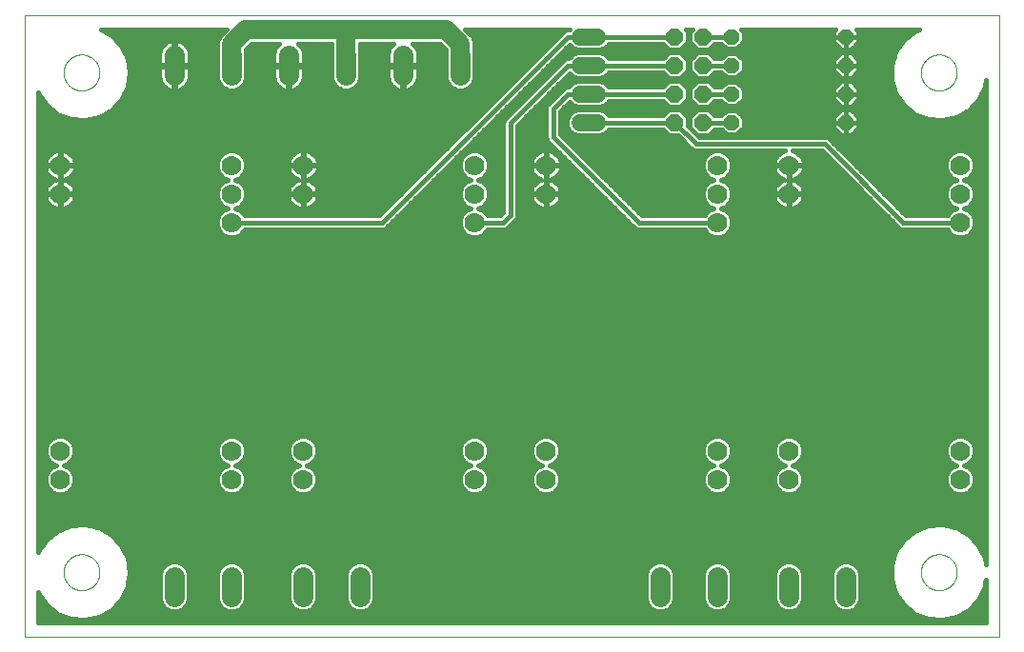
<source format=gtl>
G75*
%MOIN*%
%OFA0B0*%
%FSLAX25Y25*%
%IPPOS*%
%LPD*%
%AMOC8*
5,1,8,0,0,1.08239X$1,22.5*
%
%ADD10C,0.00000*%
%ADD11C,0.07050*%
%ADD12C,0.07000*%
%ADD13OC8,0.06000*%
%ADD14OC8,0.05200*%
%ADD15C,0.06000*%
%ADD16C,0.06600*%
%ADD17C,0.01600*%
D10*
X0016800Y0001800D02*
X0016800Y0219261D01*
X0358001Y0219261D01*
X0358001Y0001800D01*
X0016800Y0001800D01*
X0030501Y0024300D02*
X0030503Y0024458D01*
X0030509Y0024616D01*
X0030519Y0024774D01*
X0030533Y0024932D01*
X0030551Y0025089D01*
X0030572Y0025246D01*
X0030598Y0025402D01*
X0030628Y0025558D01*
X0030661Y0025713D01*
X0030699Y0025866D01*
X0030740Y0026019D01*
X0030785Y0026171D01*
X0030834Y0026322D01*
X0030887Y0026471D01*
X0030943Y0026619D01*
X0031003Y0026765D01*
X0031067Y0026910D01*
X0031135Y0027053D01*
X0031206Y0027195D01*
X0031280Y0027335D01*
X0031358Y0027472D01*
X0031440Y0027608D01*
X0031524Y0027742D01*
X0031613Y0027873D01*
X0031704Y0028002D01*
X0031799Y0028129D01*
X0031896Y0028254D01*
X0031997Y0028376D01*
X0032101Y0028495D01*
X0032208Y0028612D01*
X0032318Y0028726D01*
X0032431Y0028837D01*
X0032546Y0028946D01*
X0032664Y0029051D01*
X0032785Y0029153D01*
X0032908Y0029253D01*
X0033034Y0029349D01*
X0033162Y0029442D01*
X0033292Y0029532D01*
X0033425Y0029618D01*
X0033560Y0029702D01*
X0033696Y0029781D01*
X0033835Y0029858D01*
X0033976Y0029930D01*
X0034118Y0030000D01*
X0034262Y0030065D01*
X0034408Y0030127D01*
X0034555Y0030185D01*
X0034704Y0030240D01*
X0034854Y0030291D01*
X0035005Y0030338D01*
X0035157Y0030381D01*
X0035310Y0030420D01*
X0035465Y0030456D01*
X0035620Y0030487D01*
X0035776Y0030515D01*
X0035932Y0030539D01*
X0036089Y0030559D01*
X0036247Y0030575D01*
X0036404Y0030587D01*
X0036563Y0030595D01*
X0036721Y0030599D01*
X0036879Y0030599D01*
X0037037Y0030595D01*
X0037196Y0030587D01*
X0037353Y0030575D01*
X0037511Y0030559D01*
X0037668Y0030539D01*
X0037824Y0030515D01*
X0037980Y0030487D01*
X0038135Y0030456D01*
X0038290Y0030420D01*
X0038443Y0030381D01*
X0038595Y0030338D01*
X0038746Y0030291D01*
X0038896Y0030240D01*
X0039045Y0030185D01*
X0039192Y0030127D01*
X0039338Y0030065D01*
X0039482Y0030000D01*
X0039624Y0029930D01*
X0039765Y0029858D01*
X0039904Y0029781D01*
X0040040Y0029702D01*
X0040175Y0029618D01*
X0040308Y0029532D01*
X0040438Y0029442D01*
X0040566Y0029349D01*
X0040692Y0029253D01*
X0040815Y0029153D01*
X0040936Y0029051D01*
X0041054Y0028946D01*
X0041169Y0028837D01*
X0041282Y0028726D01*
X0041392Y0028612D01*
X0041499Y0028495D01*
X0041603Y0028376D01*
X0041704Y0028254D01*
X0041801Y0028129D01*
X0041896Y0028002D01*
X0041987Y0027873D01*
X0042076Y0027742D01*
X0042160Y0027608D01*
X0042242Y0027472D01*
X0042320Y0027335D01*
X0042394Y0027195D01*
X0042465Y0027053D01*
X0042533Y0026910D01*
X0042597Y0026765D01*
X0042657Y0026619D01*
X0042713Y0026471D01*
X0042766Y0026322D01*
X0042815Y0026171D01*
X0042860Y0026019D01*
X0042901Y0025866D01*
X0042939Y0025713D01*
X0042972Y0025558D01*
X0043002Y0025402D01*
X0043028Y0025246D01*
X0043049Y0025089D01*
X0043067Y0024932D01*
X0043081Y0024774D01*
X0043091Y0024616D01*
X0043097Y0024458D01*
X0043099Y0024300D01*
X0043097Y0024142D01*
X0043091Y0023984D01*
X0043081Y0023826D01*
X0043067Y0023668D01*
X0043049Y0023511D01*
X0043028Y0023354D01*
X0043002Y0023198D01*
X0042972Y0023042D01*
X0042939Y0022887D01*
X0042901Y0022734D01*
X0042860Y0022581D01*
X0042815Y0022429D01*
X0042766Y0022278D01*
X0042713Y0022129D01*
X0042657Y0021981D01*
X0042597Y0021835D01*
X0042533Y0021690D01*
X0042465Y0021547D01*
X0042394Y0021405D01*
X0042320Y0021265D01*
X0042242Y0021128D01*
X0042160Y0020992D01*
X0042076Y0020858D01*
X0041987Y0020727D01*
X0041896Y0020598D01*
X0041801Y0020471D01*
X0041704Y0020346D01*
X0041603Y0020224D01*
X0041499Y0020105D01*
X0041392Y0019988D01*
X0041282Y0019874D01*
X0041169Y0019763D01*
X0041054Y0019654D01*
X0040936Y0019549D01*
X0040815Y0019447D01*
X0040692Y0019347D01*
X0040566Y0019251D01*
X0040438Y0019158D01*
X0040308Y0019068D01*
X0040175Y0018982D01*
X0040040Y0018898D01*
X0039904Y0018819D01*
X0039765Y0018742D01*
X0039624Y0018670D01*
X0039482Y0018600D01*
X0039338Y0018535D01*
X0039192Y0018473D01*
X0039045Y0018415D01*
X0038896Y0018360D01*
X0038746Y0018309D01*
X0038595Y0018262D01*
X0038443Y0018219D01*
X0038290Y0018180D01*
X0038135Y0018144D01*
X0037980Y0018113D01*
X0037824Y0018085D01*
X0037668Y0018061D01*
X0037511Y0018041D01*
X0037353Y0018025D01*
X0037196Y0018013D01*
X0037037Y0018005D01*
X0036879Y0018001D01*
X0036721Y0018001D01*
X0036563Y0018005D01*
X0036404Y0018013D01*
X0036247Y0018025D01*
X0036089Y0018041D01*
X0035932Y0018061D01*
X0035776Y0018085D01*
X0035620Y0018113D01*
X0035465Y0018144D01*
X0035310Y0018180D01*
X0035157Y0018219D01*
X0035005Y0018262D01*
X0034854Y0018309D01*
X0034704Y0018360D01*
X0034555Y0018415D01*
X0034408Y0018473D01*
X0034262Y0018535D01*
X0034118Y0018600D01*
X0033976Y0018670D01*
X0033835Y0018742D01*
X0033696Y0018819D01*
X0033560Y0018898D01*
X0033425Y0018982D01*
X0033292Y0019068D01*
X0033162Y0019158D01*
X0033034Y0019251D01*
X0032908Y0019347D01*
X0032785Y0019447D01*
X0032664Y0019549D01*
X0032546Y0019654D01*
X0032431Y0019763D01*
X0032318Y0019874D01*
X0032208Y0019988D01*
X0032101Y0020105D01*
X0031997Y0020224D01*
X0031896Y0020346D01*
X0031799Y0020471D01*
X0031704Y0020598D01*
X0031613Y0020727D01*
X0031524Y0020858D01*
X0031440Y0020992D01*
X0031358Y0021128D01*
X0031280Y0021265D01*
X0031206Y0021405D01*
X0031135Y0021547D01*
X0031067Y0021690D01*
X0031003Y0021835D01*
X0030943Y0021981D01*
X0030887Y0022129D01*
X0030834Y0022278D01*
X0030785Y0022429D01*
X0030740Y0022581D01*
X0030699Y0022734D01*
X0030661Y0022887D01*
X0030628Y0023042D01*
X0030598Y0023198D01*
X0030572Y0023354D01*
X0030551Y0023511D01*
X0030533Y0023668D01*
X0030519Y0023826D01*
X0030509Y0023984D01*
X0030503Y0024142D01*
X0030501Y0024300D01*
X0030501Y0199300D02*
X0030503Y0199458D01*
X0030509Y0199616D01*
X0030519Y0199774D01*
X0030533Y0199932D01*
X0030551Y0200089D01*
X0030572Y0200246D01*
X0030598Y0200402D01*
X0030628Y0200558D01*
X0030661Y0200713D01*
X0030699Y0200866D01*
X0030740Y0201019D01*
X0030785Y0201171D01*
X0030834Y0201322D01*
X0030887Y0201471D01*
X0030943Y0201619D01*
X0031003Y0201765D01*
X0031067Y0201910D01*
X0031135Y0202053D01*
X0031206Y0202195D01*
X0031280Y0202335D01*
X0031358Y0202472D01*
X0031440Y0202608D01*
X0031524Y0202742D01*
X0031613Y0202873D01*
X0031704Y0203002D01*
X0031799Y0203129D01*
X0031896Y0203254D01*
X0031997Y0203376D01*
X0032101Y0203495D01*
X0032208Y0203612D01*
X0032318Y0203726D01*
X0032431Y0203837D01*
X0032546Y0203946D01*
X0032664Y0204051D01*
X0032785Y0204153D01*
X0032908Y0204253D01*
X0033034Y0204349D01*
X0033162Y0204442D01*
X0033292Y0204532D01*
X0033425Y0204618D01*
X0033560Y0204702D01*
X0033696Y0204781D01*
X0033835Y0204858D01*
X0033976Y0204930D01*
X0034118Y0205000D01*
X0034262Y0205065D01*
X0034408Y0205127D01*
X0034555Y0205185D01*
X0034704Y0205240D01*
X0034854Y0205291D01*
X0035005Y0205338D01*
X0035157Y0205381D01*
X0035310Y0205420D01*
X0035465Y0205456D01*
X0035620Y0205487D01*
X0035776Y0205515D01*
X0035932Y0205539D01*
X0036089Y0205559D01*
X0036247Y0205575D01*
X0036404Y0205587D01*
X0036563Y0205595D01*
X0036721Y0205599D01*
X0036879Y0205599D01*
X0037037Y0205595D01*
X0037196Y0205587D01*
X0037353Y0205575D01*
X0037511Y0205559D01*
X0037668Y0205539D01*
X0037824Y0205515D01*
X0037980Y0205487D01*
X0038135Y0205456D01*
X0038290Y0205420D01*
X0038443Y0205381D01*
X0038595Y0205338D01*
X0038746Y0205291D01*
X0038896Y0205240D01*
X0039045Y0205185D01*
X0039192Y0205127D01*
X0039338Y0205065D01*
X0039482Y0205000D01*
X0039624Y0204930D01*
X0039765Y0204858D01*
X0039904Y0204781D01*
X0040040Y0204702D01*
X0040175Y0204618D01*
X0040308Y0204532D01*
X0040438Y0204442D01*
X0040566Y0204349D01*
X0040692Y0204253D01*
X0040815Y0204153D01*
X0040936Y0204051D01*
X0041054Y0203946D01*
X0041169Y0203837D01*
X0041282Y0203726D01*
X0041392Y0203612D01*
X0041499Y0203495D01*
X0041603Y0203376D01*
X0041704Y0203254D01*
X0041801Y0203129D01*
X0041896Y0203002D01*
X0041987Y0202873D01*
X0042076Y0202742D01*
X0042160Y0202608D01*
X0042242Y0202472D01*
X0042320Y0202335D01*
X0042394Y0202195D01*
X0042465Y0202053D01*
X0042533Y0201910D01*
X0042597Y0201765D01*
X0042657Y0201619D01*
X0042713Y0201471D01*
X0042766Y0201322D01*
X0042815Y0201171D01*
X0042860Y0201019D01*
X0042901Y0200866D01*
X0042939Y0200713D01*
X0042972Y0200558D01*
X0043002Y0200402D01*
X0043028Y0200246D01*
X0043049Y0200089D01*
X0043067Y0199932D01*
X0043081Y0199774D01*
X0043091Y0199616D01*
X0043097Y0199458D01*
X0043099Y0199300D01*
X0043097Y0199142D01*
X0043091Y0198984D01*
X0043081Y0198826D01*
X0043067Y0198668D01*
X0043049Y0198511D01*
X0043028Y0198354D01*
X0043002Y0198198D01*
X0042972Y0198042D01*
X0042939Y0197887D01*
X0042901Y0197734D01*
X0042860Y0197581D01*
X0042815Y0197429D01*
X0042766Y0197278D01*
X0042713Y0197129D01*
X0042657Y0196981D01*
X0042597Y0196835D01*
X0042533Y0196690D01*
X0042465Y0196547D01*
X0042394Y0196405D01*
X0042320Y0196265D01*
X0042242Y0196128D01*
X0042160Y0195992D01*
X0042076Y0195858D01*
X0041987Y0195727D01*
X0041896Y0195598D01*
X0041801Y0195471D01*
X0041704Y0195346D01*
X0041603Y0195224D01*
X0041499Y0195105D01*
X0041392Y0194988D01*
X0041282Y0194874D01*
X0041169Y0194763D01*
X0041054Y0194654D01*
X0040936Y0194549D01*
X0040815Y0194447D01*
X0040692Y0194347D01*
X0040566Y0194251D01*
X0040438Y0194158D01*
X0040308Y0194068D01*
X0040175Y0193982D01*
X0040040Y0193898D01*
X0039904Y0193819D01*
X0039765Y0193742D01*
X0039624Y0193670D01*
X0039482Y0193600D01*
X0039338Y0193535D01*
X0039192Y0193473D01*
X0039045Y0193415D01*
X0038896Y0193360D01*
X0038746Y0193309D01*
X0038595Y0193262D01*
X0038443Y0193219D01*
X0038290Y0193180D01*
X0038135Y0193144D01*
X0037980Y0193113D01*
X0037824Y0193085D01*
X0037668Y0193061D01*
X0037511Y0193041D01*
X0037353Y0193025D01*
X0037196Y0193013D01*
X0037037Y0193005D01*
X0036879Y0193001D01*
X0036721Y0193001D01*
X0036563Y0193005D01*
X0036404Y0193013D01*
X0036247Y0193025D01*
X0036089Y0193041D01*
X0035932Y0193061D01*
X0035776Y0193085D01*
X0035620Y0193113D01*
X0035465Y0193144D01*
X0035310Y0193180D01*
X0035157Y0193219D01*
X0035005Y0193262D01*
X0034854Y0193309D01*
X0034704Y0193360D01*
X0034555Y0193415D01*
X0034408Y0193473D01*
X0034262Y0193535D01*
X0034118Y0193600D01*
X0033976Y0193670D01*
X0033835Y0193742D01*
X0033696Y0193819D01*
X0033560Y0193898D01*
X0033425Y0193982D01*
X0033292Y0194068D01*
X0033162Y0194158D01*
X0033034Y0194251D01*
X0032908Y0194347D01*
X0032785Y0194447D01*
X0032664Y0194549D01*
X0032546Y0194654D01*
X0032431Y0194763D01*
X0032318Y0194874D01*
X0032208Y0194988D01*
X0032101Y0195105D01*
X0031997Y0195224D01*
X0031896Y0195346D01*
X0031799Y0195471D01*
X0031704Y0195598D01*
X0031613Y0195727D01*
X0031524Y0195858D01*
X0031440Y0195992D01*
X0031358Y0196128D01*
X0031280Y0196265D01*
X0031206Y0196405D01*
X0031135Y0196547D01*
X0031067Y0196690D01*
X0031003Y0196835D01*
X0030943Y0196981D01*
X0030887Y0197129D01*
X0030834Y0197278D01*
X0030785Y0197429D01*
X0030740Y0197581D01*
X0030699Y0197734D01*
X0030661Y0197887D01*
X0030628Y0198042D01*
X0030598Y0198198D01*
X0030572Y0198354D01*
X0030551Y0198511D01*
X0030533Y0198668D01*
X0030519Y0198826D01*
X0030509Y0198984D01*
X0030503Y0199142D01*
X0030501Y0199300D01*
X0330501Y0199300D02*
X0330503Y0199458D01*
X0330509Y0199616D01*
X0330519Y0199774D01*
X0330533Y0199932D01*
X0330551Y0200089D01*
X0330572Y0200246D01*
X0330598Y0200402D01*
X0330628Y0200558D01*
X0330661Y0200713D01*
X0330699Y0200866D01*
X0330740Y0201019D01*
X0330785Y0201171D01*
X0330834Y0201322D01*
X0330887Y0201471D01*
X0330943Y0201619D01*
X0331003Y0201765D01*
X0331067Y0201910D01*
X0331135Y0202053D01*
X0331206Y0202195D01*
X0331280Y0202335D01*
X0331358Y0202472D01*
X0331440Y0202608D01*
X0331524Y0202742D01*
X0331613Y0202873D01*
X0331704Y0203002D01*
X0331799Y0203129D01*
X0331896Y0203254D01*
X0331997Y0203376D01*
X0332101Y0203495D01*
X0332208Y0203612D01*
X0332318Y0203726D01*
X0332431Y0203837D01*
X0332546Y0203946D01*
X0332664Y0204051D01*
X0332785Y0204153D01*
X0332908Y0204253D01*
X0333034Y0204349D01*
X0333162Y0204442D01*
X0333292Y0204532D01*
X0333425Y0204618D01*
X0333560Y0204702D01*
X0333696Y0204781D01*
X0333835Y0204858D01*
X0333976Y0204930D01*
X0334118Y0205000D01*
X0334262Y0205065D01*
X0334408Y0205127D01*
X0334555Y0205185D01*
X0334704Y0205240D01*
X0334854Y0205291D01*
X0335005Y0205338D01*
X0335157Y0205381D01*
X0335310Y0205420D01*
X0335465Y0205456D01*
X0335620Y0205487D01*
X0335776Y0205515D01*
X0335932Y0205539D01*
X0336089Y0205559D01*
X0336247Y0205575D01*
X0336404Y0205587D01*
X0336563Y0205595D01*
X0336721Y0205599D01*
X0336879Y0205599D01*
X0337037Y0205595D01*
X0337196Y0205587D01*
X0337353Y0205575D01*
X0337511Y0205559D01*
X0337668Y0205539D01*
X0337824Y0205515D01*
X0337980Y0205487D01*
X0338135Y0205456D01*
X0338290Y0205420D01*
X0338443Y0205381D01*
X0338595Y0205338D01*
X0338746Y0205291D01*
X0338896Y0205240D01*
X0339045Y0205185D01*
X0339192Y0205127D01*
X0339338Y0205065D01*
X0339482Y0205000D01*
X0339624Y0204930D01*
X0339765Y0204858D01*
X0339904Y0204781D01*
X0340040Y0204702D01*
X0340175Y0204618D01*
X0340308Y0204532D01*
X0340438Y0204442D01*
X0340566Y0204349D01*
X0340692Y0204253D01*
X0340815Y0204153D01*
X0340936Y0204051D01*
X0341054Y0203946D01*
X0341169Y0203837D01*
X0341282Y0203726D01*
X0341392Y0203612D01*
X0341499Y0203495D01*
X0341603Y0203376D01*
X0341704Y0203254D01*
X0341801Y0203129D01*
X0341896Y0203002D01*
X0341987Y0202873D01*
X0342076Y0202742D01*
X0342160Y0202608D01*
X0342242Y0202472D01*
X0342320Y0202335D01*
X0342394Y0202195D01*
X0342465Y0202053D01*
X0342533Y0201910D01*
X0342597Y0201765D01*
X0342657Y0201619D01*
X0342713Y0201471D01*
X0342766Y0201322D01*
X0342815Y0201171D01*
X0342860Y0201019D01*
X0342901Y0200866D01*
X0342939Y0200713D01*
X0342972Y0200558D01*
X0343002Y0200402D01*
X0343028Y0200246D01*
X0343049Y0200089D01*
X0343067Y0199932D01*
X0343081Y0199774D01*
X0343091Y0199616D01*
X0343097Y0199458D01*
X0343099Y0199300D01*
X0343097Y0199142D01*
X0343091Y0198984D01*
X0343081Y0198826D01*
X0343067Y0198668D01*
X0343049Y0198511D01*
X0343028Y0198354D01*
X0343002Y0198198D01*
X0342972Y0198042D01*
X0342939Y0197887D01*
X0342901Y0197734D01*
X0342860Y0197581D01*
X0342815Y0197429D01*
X0342766Y0197278D01*
X0342713Y0197129D01*
X0342657Y0196981D01*
X0342597Y0196835D01*
X0342533Y0196690D01*
X0342465Y0196547D01*
X0342394Y0196405D01*
X0342320Y0196265D01*
X0342242Y0196128D01*
X0342160Y0195992D01*
X0342076Y0195858D01*
X0341987Y0195727D01*
X0341896Y0195598D01*
X0341801Y0195471D01*
X0341704Y0195346D01*
X0341603Y0195224D01*
X0341499Y0195105D01*
X0341392Y0194988D01*
X0341282Y0194874D01*
X0341169Y0194763D01*
X0341054Y0194654D01*
X0340936Y0194549D01*
X0340815Y0194447D01*
X0340692Y0194347D01*
X0340566Y0194251D01*
X0340438Y0194158D01*
X0340308Y0194068D01*
X0340175Y0193982D01*
X0340040Y0193898D01*
X0339904Y0193819D01*
X0339765Y0193742D01*
X0339624Y0193670D01*
X0339482Y0193600D01*
X0339338Y0193535D01*
X0339192Y0193473D01*
X0339045Y0193415D01*
X0338896Y0193360D01*
X0338746Y0193309D01*
X0338595Y0193262D01*
X0338443Y0193219D01*
X0338290Y0193180D01*
X0338135Y0193144D01*
X0337980Y0193113D01*
X0337824Y0193085D01*
X0337668Y0193061D01*
X0337511Y0193041D01*
X0337353Y0193025D01*
X0337196Y0193013D01*
X0337037Y0193005D01*
X0336879Y0193001D01*
X0336721Y0193001D01*
X0336563Y0193005D01*
X0336404Y0193013D01*
X0336247Y0193025D01*
X0336089Y0193041D01*
X0335932Y0193061D01*
X0335776Y0193085D01*
X0335620Y0193113D01*
X0335465Y0193144D01*
X0335310Y0193180D01*
X0335157Y0193219D01*
X0335005Y0193262D01*
X0334854Y0193309D01*
X0334704Y0193360D01*
X0334555Y0193415D01*
X0334408Y0193473D01*
X0334262Y0193535D01*
X0334118Y0193600D01*
X0333976Y0193670D01*
X0333835Y0193742D01*
X0333696Y0193819D01*
X0333560Y0193898D01*
X0333425Y0193982D01*
X0333292Y0194068D01*
X0333162Y0194158D01*
X0333034Y0194251D01*
X0332908Y0194347D01*
X0332785Y0194447D01*
X0332664Y0194549D01*
X0332546Y0194654D01*
X0332431Y0194763D01*
X0332318Y0194874D01*
X0332208Y0194988D01*
X0332101Y0195105D01*
X0331997Y0195224D01*
X0331896Y0195346D01*
X0331799Y0195471D01*
X0331704Y0195598D01*
X0331613Y0195727D01*
X0331524Y0195858D01*
X0331440Y0195992D01*
X0331358Y0196128D01*
X0331280Y0196265D01*
X0331206Y0196405D01*
X0331135Y0196547D01*
X0331067Y0196690D01*
X0331003Y0196835D01*
X0330943Y0196981D01*
X0330887Y0197129D01*
X0330834Y0197278D01*
X0330785Y0197429D01*
X0330740Y0197581D01*
X0330699Y0197734D01*
X0330661Y0197887D01*
X0330628Y0198042D01*
X0330598Y0198198D01*
X0330572Y0198354D01*
X0330551Y0198511D01*
X0330533Y0198668D01*
X0330519Y0198826D01*
X0330509Y0198984D01*
X0330503Y0199142D01*
X0330501Y0199300D01*
X0330501Y0024300D02*
X0330503Y0024458D01*
X0330509Y0024616D01*
X0330519Y0024774D01*
X0330533Y0024932D01*
X0330551Y0025089D01*
X0330572Y0025246D01*
X0330598Y0025402D01*
X0330628Y0025558D01*
X0330661Y0025713D01*
X0330699Y0025866D01*
X0330740Y0026019D01*
X0330785Y0026171D01*
X0330834Y0026322D01*
X0330887Y0026471D01*
X0330943Y0026619D01*
X0331003Y0026765D01*
X0331067Y0026910D01*
X0331135Y0027053D01*
X0331206Y0027195D01*
X0331280Y0027335D01*
X0331358Y0027472D01*
X0331440Y0027608D01*
X0331524Y0027742D01*
X0331613Y0027873D01*
X0331704Y0028002D01*
X0331799Y0028129D01*
X0331896Y0028254D01*
X0331997Y0028376D01*
X0332101Y0028495D01*
X0332208Y0028612D01*
X0332318Y0028726D01*
X0332431Y0028837D01*
X0332546Y0028946D01*
X0332664Y0029051D01*
X0332785Y0029153D01*
X0332908Y0029253D01*
X0333034Y0029349D01*
X0333162Y0029442D01*
X0333292Y0029532D01*
X0333425Y0029618D01*
X0333560Y0029702D01*
X0333696Y0029781D01*
X0333835Y0029858D01*
X0333976Y0029930D01*
X0334118Y0030000D01*
X0334262Y0030065D01*
X0334408Y0030127D01*
X0334555Y0030185D01*
X0334704Y0030240D01*
X0334854Y0030291D01*
X0335005Y0030338D01*
X0335157Y0030381D01*
X0335310Y0030420D01*
X0335465Y0030456D01*
X0335620Y0030487D01*
X0335776Y0030515D01*
X0335932Y0030539D01*
X0336089Y0030559D01*
X0336247Y0030575D01*
X0336404Y0030587D01*
X0336563Y0030595D01*
X0336721Y0030599D01*
X0336879Y0030599D01*
X0337037Y0030595D01*
X0337196Y0030587D01*
X0337353Y0030575D01*
X0337511Y0030559D01*
X0337668Y0030539D01*
X0337824Y0030515D01*
X0337980Y0030487D01*
X0338135Y0030456D01*
X0338290Y0030420D01*
X0338443Y0030381D01*
X0338595Y0030338D01*
X0338746Y0030291D01*
X0338896Y0030240D01*
X0339045Y0030185D01*
X0339192Y0030127D01*
X0339338Y0030065D01*
X0339482Y0030000D01*
X0339624Y0029930D01*
X0339765Y0029858D01*
X0339904Y0029781D01*
X0340040Y0029702D01*
X0340175Y0029618D01*
X0340308Y0029532D01*
X0340438Y0029442D01*
X0340566Y0029349D01*
X0340692Y0029253D01*
X0340815Y0029153D01*
X0340936Y0029051D01*
X0341054Y0028946D01*
X0341169Y0028837D01*
X0341282Y0028726D01*
X0341392Y0028612D01*
X0341499Y0028495D01*
X0341603Y0028376D01*
X0341704Y0028254D01*
X0341801Y0028129D01*
X0341896Y0028002D01*
X0341987Y0027873D01*
X0342076Y0027742D01*
X0342160Y0027608D01*
X0342242Y0027472D01*
X0342320Y0027335D01*
X0342394Y0027195D01*
X0342465Y0027053D01*
X0342533Y0026910D01*
X0342597Y0026765D01*
X0342657Y0026619D01*
X0342713Y0026471D01*
X0342766Y0026322D01*
X0342815Y0026171D01*
X0342860Y0026019D01*
X0342901Y0025866D01*
X0342939Y0025713D01*
X0342972Y0025558D01*
X0343002Y0025402D01*
X0343028Y0025246D01*
X0343049Y0025089D01*
X0343067Y0024932D01*
X0343081Y0024774D01*
X0343091Y0024616D01*
X0343097Y0024458D01*
X0343099Y0024300D01*
X0343097Y0024142D01*
X0343091Y0023984D01*
X0343081Y0023826D01*
X0343067Y0023668D01*
X0343049Y0023511D01*
X0343028Y0023354D01*
X0343002Y0023198D01*
X0342972Y0023042D01*
X0342939Y0022887D01*
X0342901Y0022734D01*
X0342860Y0022581D01*
X0342815Y0022429D01*
X0342766Y0022278D01*
X0342713Y0022129D01*
X0342657Y0021981D01*
X0342597Y0021835D01*
X0342533Y0021690D01*
X0342465Y0021547D01*
X0342394Y0021405D01*
X0342320Y0021265D01*
X0342242Y0021128D01*
X0342160Y0020992D01*
X0342076Y0020858D01*
X0341987Y0020727D01*
X0341896Y0020598D01*
X0341801Y0020471D01*
X0341704Y0020346D01*
X0341603Y0020224D01*
X0341499Y0020105D01*
X0341392Y0019988D01*
X0341282Y0019874D01*
X0341169Y0019763D01*
X0341054Y0019654D01*
X0340936Y0019549D01*
X0340815Y0019447D01*
X0340692Y0019347D01*
X0340566Y0019251D01*
X0340438Y0019158D01*
X0340308Y0019068D01*
X0340175Y0018982D01*
X0340040Y0018898D01*
X0339904Y0018819D01*
X0339765Y0018742D01*
X0339624Y0018670D01*
X0339482Y0018600D01*
X0339338Y0018535D01*
X0339192Y0018473D01*
X0339045Y0018415D01*
X0338896Y0018360D01*
X0338746Y0018309D01*
X0338595Y0018262D01*
X0338443Y0018219D01*
X0338290Y0018180D01*
X0338135Y0018144D01*
X0337980Y0018113D01*
X0337824Y0018085D01*
X0337668Y0018061D01*
X0337511Y0018041D01*
X0337353Y0018025D01*
X0337196Y0018013D01*
X0337037Y0018005D01*
X0336879Y0018001D01*
X0336721Y0018001D01*
X0336563Y0018005D01*
X0336404Y0018013D01*
X0336247Y0018025D01*
X0336089Y0018041D01*
X0335932Y0018061D01*
X0335776Y0018085D01*
X0335620Y0018113D01*
X0335465Y0018144D01*
X0335310Y0018180D01*
X0335157Y0018219D01*
X0335005Y0018262D01*
X0334854Y0018309D01*
X0334704Y0018360D01*
X0334555Y0018415D01*
X0334408Y0018473D01*
X0334262Y0018535D01*
X0334118Y0018600D01*
X0333976Y0018670D01*
X0333835Y0018742D01*
X0333696Y0018819D01*
X0333560Y0018898D01*
X0333425Y0018982D01*
X0333292Y0019068D01*
X0333162Y0019158D01*
X0333034Y0019251D01*
X0332908Y0019347D01*
X0332785Y0019447D01*
X0332664Y0019549D01*
X0332546Y0019654D01*
X0332431Y0019763D01*
X0332318Y0019874D01*
X0332208Y0019988D01*
X0332101Y0020105D01*
X0331997Y0020224D01*
X0331896Y0020346D01*
X0331799Y0020471D01*
X0331704Y0020598D01*
X0331613Y0020727D01*
X0331524Y0020858D01*
X0331440Y0020992D01*
X0331358Y0021128D01*
X0331280Y0021265D01*
X0331206Y0021405D01*
X0331135Y0021547D01*
X0331067Y0021690D01*
X0331003Y0021835D01*
X0330943Y0021981D01*
X0330887Y0022129D01*
X0330834Y0022278D01*
X0330785Y0022429D01*
X0330740Y0022581D01*
X0330699Y0022734D01*
X0330661Y0022887D01*
X0330628Y0023042D01*
X0330598Y0023198D01*
X0330572Y0023354D01*
X0330551Y0023511D01*
X0330533Y0023668D01*
X0330519Y0023826D01*
X0330509Y0023984D01*
X0330503Y0024142D01*
X0330501Y0024300D01*
D11*
X0304300Y0022825D02*
X0304300Y0015775D01*
X0284300Y0015775D02*
X0284300Y0022825D01*
X0259300Y0022825D02*
X0259300Y0015775D01*
X0239300Y0015775D02*
X0239300Y0022825D01*
X0134300Y0022825D02*
X0134300Y0015775D01*
X0114300Y0015775D02*
X0114300Y0022825D01*
X0089300Y0022825D02*
X0089300Y0015775D01*
X0069300Y0015775D02*
X0069300Y0022825D01*
X0069300Y0198275D02*
X0069300Y0205325D01*
X0089300Y0205325D02*
X0089300Y0198275D01*
X0109300Y0198275D02*
X0109300Y0205325D01*
X0129300Y0205325D02*
X0129300Y0198275D01*
X0149300Y0198275D02*
X0149300Y0205325D01*
X0169300Y0205325D02*
X0169300Y0198275D01*
D12*
X0174300Y0166800D03*
X0174300Y0156800D03*
X0174300Y0146800D03*
X0199300Y0156800D03*
X0199300Y0166800D03*
X0259300Y0166800D03*
X0259300Y0156800D03*
X0259300Y0146800D03*
X0284300Y0156800D03*
X0284300Y0166800D03*
X0344300Y0166800D03*
X0344300Y0156800D03*
X0344300Y0146800D03*
X0344300Y0066800D03*
X0344300Y0056800D03*
X0284300Y0056800D03*
X0284300Y0066800D03*
X0259300Y0066800D03*
X0259300Y0056800D03*
X0199300Y0056800D03*
X0199300Y0066800D03*
X0174300Y0066800D03*
X0174300Y0056800D03*
X0114300Y0056800D03*
X0114300Y0066800D03*
X0089300Y0066800D03*
X0089300Y0056800D03*
X0029300Y0056800D03*
X0029300Y0066800D03*
X0089300Y0146800D03*
X0089300Y0156800D03*
X0089300Y0166800D03*
X0114300Y0166800D03*
X0114300Y0156800D03*
X0029300Y0156800D03*
X0029300Y0166800D03*
D13*
X0244300Y0181800D03*
X0254300Y0181800D03*
X0254300Y0191800D03*
X0244300Y0191800D03*
X0244300Y0201800D03*
X0254300Y0201800D03*
X0254300Y0211800D03*
X0244300Y0211800D03*
D14*
X0264300Y0211800D03*
X0264300Y0201800D03*
X0264300Y0191800D03*
X0264300Y0181800D03*
X0304300Y0181800D03*
X0304300Y0191800D03*
X0304300Y0201800D03*
X0304300Y0211800D03*
D15*
X0217300Y0211800D02*
X0211300Y0211800D01*
X0211300Y0201800D02*
X0217300Y0201800D01*
X0217300Y0191800D02*
X0211300Y0191800D01*
X0211300Y0181800D02*
X0217300Y0181800D01*
D16*
X0169300Y0201800D02*
X0169300Y0209300D01*
X0164300Y0214300D01*
X0129300Y0214300D01*
X0129300Y0201800D01*
X0129300Y0214300D02*
X0094300Y0214300D01*
X0089300Y0209300D01*
X0089300Y0201800D01*
D17*
X0084175Y0201614D02*
X0069675Y0201614D01*
X0069675Y0201425D02*
X0069675Y0202175D01*
X0068925Y0202175D01*
X0068925Y0210650D01*
X0068881Y0210650D01*
X0068053Y0210519D01*
X0067256Y0210260D01*
X0066509Y0209879D01*
X0065831Y0209387D01*
X0065238Y0208794D01*
X0064746Y0208116D01*
X0064365Y0207369D01*
X0064106Y0206572D01*
X0063975Y0205744D01*
X0063975Y0202175D01*
X0068925Y0202175D01*
X0068925Y0201425D01*
X0063975Y0201425D01*
X0063975Y0197856D01*
X0064106Y0197028D01*
X0064365Y0196231D01*
X0064746Y0195484D01*
X0065238Y0194806D01*
X0065831Y0194213D01*
X0066509Y0193721D01*
X0067256Y0193340D01*
X0068053Y0193081D01*
X0068881Y0192950D01*
X0068925Y0192950D01*
X0068925Y0201425D01*
X0069675Y0201425D01*
X0074625Y0201425D01*
X0074625Y0197856D01*
X0074494Y0197028D01*
X0074235Y0196231D01*
X0073854Y0195484D01*
X0073362Y0194806D01*
X0072769Y0194213D01*
X0072091Y0193721D01*
X0071344Y0193340D01*
X0070547Y0193081D01*
X0069719Y0192950D01*
X0069675Y0192950D01*
X0069675Y0201425D01*
X0069675Y0202175D02*
X0074625Y0202175D01*
X0074625Y0205744D01*
X0074494Y0206572D01*
X0074235Y0207369D01*
X0073854Y0208116D01*
X0073362Y0208794D01*
X0072769Y0209387D01*
X0072091Y0209879D01*
X0071344Y0210260D01*
X0070547Y0210519D01*
X0069719Y0210650D01*
X0069675Y0210650D01*
X0069675Y0202175D01*
X0068925Y0201614D02*
X0053251Y0201614D01*
X0053010Y0203212D02*
X0063975Y0203212D01*
X0063975Y0204811D02*
X0052584Y0204811D01*
X0052854Y0204252D02*
X0050681Y0208764D01*
X0047275Y0212435D01*
X0047275Y0212435D01*
X0043766Y0214461D01*
X0087531Y0214461D01*
X0085146Y0212076D01*
X0084400Y0210275D01*
X0084400Y0206888D01*
X0084175Y0206344D01*
X0084175Y0197256D01*
X0084955Y0195372D01*
X0086397Y0193930D01*
X0088281Y0193150D01*
X0090319Y0193150D01*
X0092203Y0193930D01*
X0093645Y0195372D01*
X0094425Y0197256D01*
X0094425Y0206344D01*
X0094200Y0206888D01*
X0094200Y0207270D01*
X0096330Y0209400D01*
X0105849Y0209400D01*
X0105831Y0209387D01*
X0105238Y0208794D01*
X0104746Y0208116D01*
X0104365Y0207369D01*
X0104106Y0206572D01*
X0103975Y0205744D01*
X0103975Y0202175D01*
X0108925Y0202175D01*
X0108925Y0201425D01*
X0109675Y0201425D01*
X0109675Y0202175D01*
X0114625Y0202175D01*
X0114625Y0205744D01*
X0114494Y0206572D01*
X0114235Y0207369D01*
X0113854Y0208116D01*
X0113362Y0208794D01*
X0112769Y0209387D01*
X0112751Y0209400D01*
X0124400Y0209400D01*
X0124400Y0206888D01*
X0124175Y0206344D01*
X0124175Y0197256D01*
X0124955Y0195372D01*
X0126397Y0193930D01*
X0128281Y0193150D01*
X0130319Y0193150D01*
X0132203Y0193930D01*
X0133645Y0195372D01*
X0134425Y0197256D01*
X0134425Y0206344D01*
X0134200Y0206888D01*
X0134200Y0209400D01*
X0145849Y0209400D01*
X0145831Y0209387D01*
X0145238Y0208794D01*
X0144746Y0208116D01*
X0144365Y0207369D01*
X0144106Y0206572D01*
X0143975Y0205744D01*
X0143975Y0202175D01*
X0148925Y0202175D01*
X0148925Y0201425D01*
X0149675Y0201425D01*
X0149675Y0202175D01*
X0154625Y0202175D01*
X0154625Y0205744D01*
X0154494Y0206572D01*
X0154235Y0207369D01*
X0153854Y0208116D01*
X0153362Y0208794D01*
X0152769Y0209387D01*
X0152751Y0209400D01*
X0162270Y0209400D01*
X0164400Y0207270D01*
X0164400Y0206888D01*
X0164175Y0206344D01*
X0164175Y0197256D01*
X0164955Y0195372D01*
X0166397Y0193930D01*
X0168281Y0193150D01*
X0170319Y0193150D01*
X0172203Y0193930D01*
X0173645Y0195372D01*
X0174425Y0197256D01*
X0174425Y0206344D01*
X0174200Y0206888D01*
X0174200Y0210275D01*
X0173454Y0212076D01*
X0172076Y0213454D01*
X0171069Y0214461D01*
X0207455Y0214461D01*
X0207400Y0214406D01*
X0207315Y0214200D01*
X0206323Y0214200D01*
X0205441Y0213835D01*
X0140806Y0149200D01*
X0093826Y0149200D01*
X0093624Y0149689D01*
X0092189Y0151124D01*
X0090556Y0151800D01*
X0092189Y0152476D01*
X0093624Y0153911D01*
X0094400Y0155786D01*
X0094400Y0157814D01*
X0093624Y0159689D01*
X0092189Y0161124D01*
X0090556Y0161800D01*
X0092189Y0162476D01*
X0093624Y0163911D01*
X0094400Y0165786D01*
X0094400Y0167814D01*
X0093624Y0169689D01*
X0092189Y0171124D01*
X0090314Y0171900D01*
X0088286Y0171900D01*
X0086411Y0171124D01*
X0084976Y0169689D01*
X0084200Y0167814D01*
X0084200Y0165786D01*
X0084976Y0163911D01*
X0086411Y0162476D01*
X0088044Y0161800D01*
X0086411Y0161124D01*
X0084976Y0159689D01*
X0084200Y0157814D01*
X0084200Y0155786D01*
X0084976Y0153911D01*
X0086411Y0152476D01*
X0088044Y0151800D01*
X0086411Y0151124D01*
X0084976Y0149689D01*
X0084200Y0147814D01*
X0084200Y0145786D01*
X0084976Y0143911D01*
X0086411Y0142476D01*
X0088286Y0141700D01*
X0090314Y0141700D01*
X0092189Y0142476D01*
X0093624Y0143911D01*
X0093826Y0144400D01*
X0142277Y0144400D01*
X0143159Y0144765D01*
X0143835Y0145441D01*
X0207494Y0209100D01*
X0208694Y0207900D01*
X0210385Y0207200D01*
X0218215Y0207200D01*
X0219906Y0207900D01*
X0221200Y0209194D01*
X0221285Y0209400D01*
X0240195Y0209400D01*
X0242395Y0207200D01*
X0246205Y0207200D01*
X0248900Y0209895D01*
X0248900Y0213705D01*
X0248145Y0214461D01*
X0250455Y0214461D01*
X0249700Y0213705D01*
X0249700Y0209895D01*
X0252395Y0207200D01*
X0256205Y0207200D01*
X0258405Y0209400D01*
X0260760Y0209400D01*
X0262560Y0207600D01*
X0266040Y0207600D01*
X0268500Y0210060D01*
X0268500Y0213540D01*
X0267579Y0214461D01*
X0300738Y0214461D01*
X0299900Y0213623D01*
X0299900Y0211800D01*
X0304300Y0211800D01*
X0308700Y0211800D01*
X0308700Y0213623D01*
X0307862Y0214461D01*
X0329958Y0214461D01*
X0328400Y0213849D01*
X0324485Y0210727D01*
X0324485Y0210727D01*
X0324485Y0210727D01*
X0321664Y0206589D01*
X0320188Y0201804D01*
X0320188Y0196796D01*
X0321664Y0192011D01*
X0321664Y0192011D01*
X0324485Y0187873D01*
X0328400Y0184751D01*
X0333062Y0182921D01*
X0338055Y0182547D01*
X0338055Y0182547D01*
X0342938Y0183661D01*
X0347275Y0186165D01*
X0350681Y0189836D01*
X0352854Y0194348D01*
X0353201Y0196652D01*
X0353201Y0026948D01*
X0352854Y0029252D01*
X0350681Y0033764D01*
X0347275Y0037435D01*
X0347275Y0037435D01*
X0342938Y0039939D01*
X0342938Y0039939D01*
X0338055Y0041053D01*
X0333062Y0040679D01*
X0333062Y0040679D01*
X0328400Y0038849D01*
X0324485Y0035727D01*
X0324485Y0035727D01*
X0324485Y0035727D01*
X0321664Y0031589D01*
X0320188Y0026804D01*
X0320188Y0021796D01*
X0321664Y0017011D01*
X0321664Y0017011D01*
X0324485Y0012873D01*
X0328400Y0009751D01*
X0333062Y0007921D01*
X0338055Y0007547D01*
X0338055Y0007547D01*
X0342938Y0008661D01*
X0347275Y0011165D01*
X0350681Y0014836D01*
X0352854Y0019348D01*
X0353201Y0021652D01*
X0353201Y0006600D01*
X0021600Y0006600D01*
X0021600Y0017217D01*
X0021664Y0017011D01*
X0021664Y0017011D01*
X0024485Y0012873D01*
X0028400Y0009751D01*
X0033062Y0007921D01*
X0038055Y0007547D01*
X0038055Y0007547D01*
X0042938Y0008661D01*
X0047275Y0011165D01*
X0050681Y0014836D01*
X0052854Y0019348D01*
X0053600Y0024300D01*
X0052854Y0029252D01*
X0050681Y0033764D01*
X0047275Y0037435D01*
X0047275Y0037435D01*
X0042938Y0039939D01*
X0042938Y0039939D01*
X0038055Y0041053D01*
X0033062Y0040679D01*
X0033062Y0040679D01*
X0028400Y0038849D01*
X0024485Y0035727D01*
X0024485Y0035727D01*
X0021664Y0031589D01*
X0021600Y0031383D01*
X0021600Y0192217D01*
X0021664Y0192011D01*
X0021664Y0192011D01*
X0024485Y0187873D01*
X0028400Y0184751D01*
X0033062Y0182921D01*
X0038055Y0182547D01*
X0042938Y0183661D01*
X0042938Y0183661D01*
X0047275Y0186165D01*
X0050681Y0189836D01*
X0052854Y0194348D01*
X0053600Y0199300D01*
X0052854Y0204252D01*
X0052854Y0204252D01*
X0051815Y0206409D02*
X0064080Y0206409D01*
X0064691Y0208008D02*
X0051045Y0208008D01*
X0050681Y0208764D02*
X0050681Y0208764D01*
X0049899Y0209606D02*
X0066134Y0209606D01*
X0068925Y0209606D02*
X0069675Y0209606D01*
X0069675Y0208008D02*
X0068925Y0208008D01*
X0068925Y0206409D02*
X0069675Y0206409D01*
X0069675Y0204811D02*
X0068925Y0204811D01*
X0068925Y0203212D02*
X0069675Y0203212D01*
X0069675Y0200015D02*
X0068925Y0200015D01*
X0068925Y0198417D02*
X0069675Y0198417D01*
X0069675Y0196818D02*
X0068925Y0196818D01*
X0068925Y0195220D02*
X0069675Y0195220D01*
X0069675Y0193621D02*
X0068925Y0193621D01*
X0066704Y0193621D02*
X0052504Y0193621D01*
X0052854Y0194348D02*
X0052854Y0194348D01*
X0052985Y0195220D02*
X0064938Y0195220D01*
X0064174Y0196818D02*
X0053226Y0196818D01*
X0053467Y0198417D02*
X0063975Y0198417D01*
X0063975Y0200015D02*
X0053492Y0200015D01*
X0051734Y0192023D02*
X0183629Y0192023D01*
X0185227Y0193621D02*
X0171457Y0193621D01*
X0173493Y0195220D02*
X0186826Y0195220D01*
X0188424Y0196818D02*
X0174244Y0196818D01*
X0174425Y0198417D02*
X0190023Y0198417D01*
X0191621Y0200015D02*
X0174425Y0200015D01*
X0174425Y0201614D02*
X0193220Y0201614D01*
X0194818Y0203212D02*
X0174425Y0203212D01*
X0174425Y0204811D02*
X0196417Y0204811D01*
X0198015Y0206409D02*
X0174398Y0206409D01*
X0174200Y0208008D02*
X0199614Y0208008D01*
X0201212Y0209606D02*
X0174200Y0209606D01*
X0173815Y0211205D02*
X0202811Y0211205D01*
X0204409Y0212803D02*
X0172726Y0212803D01*
X0171128Y0214402D02*
X0207399Y0214402D01*
X0206800Y0211800D02*
X0141800Y0146800D01*
X0089300Y0146800D01*
X0084634Y0148863D02*
X0021600Y0148863D01*
X0021600Y0147265D02*
X0084200Y0147265D01*
X0084249Y0145666D02*
X0021600Y0145666D01*
X0021600Y0144068D02*
X0084912Y0144068D01*
X0086429Y0142469D02*
X0021600Y0142469D01*
X0021600Y0140870D02*
X0353201Y0140870D01*
X0353201Y0139272D02*
X0021600Y0139272D01*
X0021600Y0137673D02*
X0353201Y0137673D01*
X0353201Y0136075D02*
X0021600Y0136075D01*
X0021600Y0134476D02*
X0353201Y0134476D01*
X0353201Y0132878D02*
X0021600Y0132878D01*
X0021600Y0131279D02*
X0353201Y0131279D01*
X0353201Y0129681D02*
X0021600Y0129681D01*
X0021600Y0128082D02*
X0353201Y0128082D01*
X0353201Y0126484D02*
X0021600Y0126484D01*
X0021600Y0124885D02*
X0353201Y0124885D01*
X0353201Y0123287D02*
X0021600Y0123287D01*
X0021600Y0121688D02*
X0353201Y0121688D01*
X0353201Y0120090D02*
X0021600Y0120090D01*
X0021600Y0118491D02*
X0353201Y0118491D01*
X0353201Y0116893D02*
X0021600Y0116893D01*
X0021600Y0115294D02*
X0353201Y0115294D01*
X0353201Y0113696D02*
X0021600Y0113696D01*
X0021600Y0112097D02*
X0353201Y0112097D01*
X0353201Y0110499D02*
X0021600Y0110499D01*
X0021600Y0108900D02*
X0353201Y0108900D01*
X0353201Y0107302D02*
X0021600Y0107302D01*
X0021600Y0105703D02*
X0353201Y0105703D01*
X0353201Y0104105D02*
X0021600Y0104105D01*
X0021600Y0102506D02*
X0353201Y0102506D01*
X0353201Y0100908D02*
X0021600Y0100908D01*
X0021600Y0099309D02*
X0353201Y0099309D01*
X0353201Y0097711D02*
X0021600Y0097711D01*
X0021600Y0096112D02*
X0353201Y0096112D01*
X0353201Y0094514D02*
X0021600Y0094514D01*
X0021600Y0092915D02*
X0353201Y0092915D01*
X0353201Y0091317D02*
X0021600Y0091317D01*
X0021600Y0089718D02*
X0353201Y0089718D01*
X0353201Y0088120D02*
X0021600Y0088120D01*
X0021600Y0086521D02*
X0353201Y0086521D01*
X0353201Y0084923D02*
X0021600Y0084923D01*
X0021600Y0083324D02*
X0353201Y0083324D01*
X0353201Y0081726D02*
X0021600Y0081726D01*
X0021600Y0080127D02*
X0353201Y0080127D01*
X0353201Y0078529D02*
X0021600Y0078529D01*
X0021600Y0076930D02*
X0353201Y0076930D01*
X0353201Y0075332D02*
X0021600Y0075332D01*
X0021600Y0073733D02*
X0353201Y0073733D01*
X0353201Y0072134D02*
X0021600Y0072134D01*
X0021600Y0070536D02*
X0025823Y0070536D01*
X0026411Y0071124D02*
X0024976Y0069689D01*
X0024200Y0067814D01*
X0024200Y0065786D01*
X0024976Y0063911D01*
X0026411Y0062476D01*
X0028044Y0061800D01*
X0026411Y0061124D01*
X0024976Y0059689D01*
X0024200Y0057814D01*
X0024200Y0055786D01*
X0024976Y0053911D01*
X0026411Y0052476D01*
X0028286Y0051700D01*
X0030314Y0051700D01*
X0032189Y0052476D01*
X0033624Y0053911D01*
X0034400Y0055786D01*
X0034400Y0057814D01*
X0033624Y0059689D01*
X0032189Y0061124D01*
X0030556Y0061800D01*
X0032189Y0062476D01*
X0033624Y0063911D01*
X0034400Y0065786D01*
X0034400Y0067814D01*
X0033624Y0069689D01*
X0032189Y0071124D01*
X0030314Y0071900D01*
X0028286Y0071900D01*
X0026411Y0071124D01*
X0024665Y0068937D02*
X0021600Y0068937D01*
X0021600Y0067339D02*
X0024200Y0067339D01*
X0024219Y0065740D02*
X0021600Y0065740D01*
X0021600Y0064142D02*
X0024881Y0064142D01*
X0026344Y0062543D02*
X0021600Y0062543D01*
X0021600Y0060945D02*
X0026232Y0060945D01*
X0024835Y0059346D02*
X0021600Y0059346D01*
X0021600Y0057748D02*
X0024200Y0057748D01*
X0024200Y0056149D02*
X0021600Y0056149D01*
X0021600Y0054551D02*
X0024711Y0054551D01*
X0025935Y0052952D02*
X0021600Y0052952D01*
X0021600Y0051354D02*
X0353201Y0051354D01*
X0353201Y0052952D02*
X0347665Y0052952D01*
X0347189Y0052476D02*
X0348624Y0053911D01*
X0349400Y0055786D01*
X0349400Y0057814D01*
X0348624Y0059689D01*
X0347189Y0061124D01*
X0345556Y0061800D01*
X0347189Y0062476D01*
X0348624Y0063911D01*
X0349400Y0065786D01*
X0349400Y0067814D01*
X0348624Y0069689D01*
X0347189Y0071124D01*
X0345314Y0071900D01*
X0343286Y0071900D01*
X0341411Y0071124D01*
X0339976Y0069689D01*
X0339200Y0067814D01*
X0339200Y0065786D01*
X0339976Y0063911D01*
X0341411Y0062476D01*
X0343044Y0061800D01*
X0341411Y0061124D01*
X0339976Y0059689D01*
X0339200Y0057814D01*
X0339200Y0055786D01*
X0339976Y0053911D01*
X0341411Y0052476D01*
X0343286Y0051700D01*
X0345314Y0051700D01*
X0347189Y0052476D01*
X0348889Y0054551D02*
X0353201Y0054551D01*
X0353201Y0056149D02*
X0349400Y0056149D01*
X0349400Y0057748D02*
X0353201Y0057748D01*
X0353201Y0059346D02*
X0348765Y0059346D01*
X0347368Y0060945D02*
X0353201Y0060945D01*
X0353201Y0062543D02*
X0347256Y0062543D01*
X0348719Y0064142D02*
X0353201Y0064142D01*
X0353201Y0065740D02*
X0349381Y0065740D01*
X0349400Y0067339D02*
X0353201Y0067339D01*
X0353201Y0068937D02*
X0348935Y0068937D01*
X0347776Y0070536D02*
X0353201Y0070536D01*
X0341344Y0062543D02*
X0287256Y0062543D01*
X0287189Y0062476D02*
X0288624Y0063911D01*
X0289400Y0065786D01*
X0289400Y0067814D01*
X0288624Y0069689D01*
X0287189Y0071124D01*
X0285314Y0071900D01*
X0283286Y0071900D01*
X0281411Y0071124D01*
X0279976Y0069689D01*
X0279200Y0067814D01*
X0279200Y0065786D01*
X0279976Y0063911D01*
X0281411Y0062476D01*
X0283044Y0061800D01*
X0281411Y0061124D01*
X0279976Y0059689D01*
X0279200Y0057814D01*
X0279200Y0055786D01*
X0279976Y0053911D01*
X0281411Y0052476D01*
X0283286Y0051700D01*
X0285314Y0051700D01*
X0287189Y0052476D01*
X0288624Y0053911D01*
X0289400Y0055786D01*
X0289400Y0057814D01*
X0288624Y0059689D01*
X0287189Y0061124D01*
X0285556Y0061800D01*
X0287189Y0062476D01*
X0287368Y0060945D02*
X0341232Y0060945D01*
X0339835Y0059346D02*
X0288765Y0059346D01*
X0289400Y0057748D02*
X0339200Y0057748D01*
X0339200Y0056149D02*
X0289400Y0056149D01*
X0288889Y0054551D02*
X0339711Y0054551D01*
X0340935Y0052952D02*
X0287665Y0052952D01*
X0280935Y0052952D02*
X0262665Y0052952D01*
X0262189Y0052476D02*
X0263624Y0053911D01*
X0264400Y0055786D01*
X0264400Y0057814D01*
X0263624Y0059689D01*
X0262189Y0061124D01*
X0260556Y0061800D01*
X0262189Y0062476D01*
X0263624Y0063911D01*
X0264400Y0065786D01*
X0264400Y0067814D01*
X0263624Y0069689D01*
X0262189Y0071124D01*
X0260314Y0071900D01*
X0258286Y0071900D01*
X0256411Y0071124D01*
X0254976Y0069689D01*
X0254200Y0067814D01*
X0254200Y0065786D01*
X0254976Y0063911D01*
X0256411Y0062476D01*
X0258044Y0061800D01*
X0256411Y0061124D01*
X0254976Y0059689D01*
X0254200Y0057814D01*
X0254200Y0055786D01*
X0254976Y0053911D01*
X0256411Y0052476D01*
X0258286Y0051700D01*
X0260314Y0051700D01*
X0262189Y0052476D01*
X0263889Y0054551D02*
X0279711Y0054551D01*
X0279200Y0056149D02*
X0264400Y0056149D01*
X0264400Y0057748D02*
X0279200Y0057748D01*
X0279835Y0059346D02*
X0263765Y0059346D01*
X0262368Y0060945D02*
X0281232Y0060945D01*
X0281344Y0062543D02*
X0262256Y0062543D01*
X0263719Y0064142D02*
X0279881Y0064142D01*
X0279219Y0065740D02*
X0264381Y0065740D01*
X0264400Y0067339D02*
X0279200Y0067339D01*
X0279665Y0068937D02*
X0263935Y0068937D01*
X0262776Y0070536D02*
X0280823Y0070536D01*
X0287776Y0070536D02*
X0340823Y0070536D01*
X0339665Y0068937D02*
X0288935Y0068937D01*
X0289400Y0067339D02*
X0339200Y0067339D01*
X0339219Y0065740D02*
X0289381Y0065740D01*
X0288719Y0064142D02*
X0339881Y0064142D01*
X0353201Y0049755D02*
X0021600Y0049755D01*
X0021600Y0048157D02*
X0353201Y0048157D01*
X0353201Y0046558D02*
X0021600Y0046558D01*
X0021600Y0044960D02*
X0353201Y0044960D01*
X0353201Y0043361D02*
X0021600Y0043361D01*
X0021600Y0041763D02*
X0353201Y0041763D01*
X0353201Y0040164D02*
X0341949Y0040164D01*
X0345316Y0038566D02*
X0353201Y0038566D01*
X0353201Y0036967D02*
X0347708Y0036967D01*
X0349192Y0035369D02*
X0353201Y0035369D01*
X0353201Y0033770D02*
X0350675Y0033770D01*
X0350681Y0033764D02*
X0350681Y0033764D01*
X0351448Y0032172D02*
X0353201Y0032172D01*
X0353201Y0030573D02*
X0352217Y0030573D01*
X0352854Y0029252D02*
X0352854Y0029252D01*
X0352895Y0028975D02*
X0353201Y0028975D01*
X0353201Y0027376D02*
X0353136Y0027376D01*
X0353100Y0020982D02*
X0353201Y0020982D01*
X0353201Y0019384D02*
X0352859Y0019384D01*
X0352854Y0019348D02*
X0352854Y0019348D01*
X0353201Y0017785D02*
X0352101Y0017785D01*
X0351331Y0016187D02*
X0353201Y0016187D01*
X0353201Y0014588D02*
X0350451Y0014588D01*
X0350681Y0014836D02*
X0350681Y0014836D01*
X0348967Y0012990D02*
X0353201Y0012990D01*
X0353201Y0011391D02*
X0347484Y0011391D01*
X0347275Y0011165D02*
X0347275Y0011165D01*
X0347275Y0011165D01*
X0344897Y0009793D02*
X0353201Y0009793D01*
X0353201Y0008194D02*
X0340890Y0008194D01*
X0342938Y0008661D02*
X0342938Y0008661D01*
X0333062Y0007921D02*
X0333062Y0007921D01*
X0332366Y0008194D02*
X0040890Y0008194D01*
X0042938Y0008661D02*
X0042938Y0008661D01*
X0044897Y0009793D02*
X0328348Y0009793D01*
X0328400Y0009751D02*
X0328400Y0009751D01*
X0326343Y0011391D02*
X0307109Y0011391D01*
X0307203Y0011430D02*
X0308645Y0012872D01*
X0309425Y0014756D01*
X0309425Y0023844D01*
X0308645Y0025728D01*
X0307203Y0027170D01*
X0305319Y0027950D01*
X0303281Y0027950D01*
X0301397Y0027170D01*
X0299955Y0025728D01*
X0299175Y0023844D01*
X0299175Y0014756D01*
X0299955Y0012872D01*
X0301397Y0011430D01*
X0303281Y0010650D01*
X0305319Y0010650D01*
X0307203Y0011430D01*
X0308693Y0012990D02*
X0324405Y0012990D01*
X0324485Y0012873D02*
X0324485Y0012873D01*
X0324485Y0012873D01*
X0323315Y0014588D02*
X0309356Y0014588D01*
X0309425Y0016187D02*
X0322226Y0016187D01*
X0321425Y0017785D02*
X0309425Y0017785D01*
X0309425Y0019384D02*
X0320932Y0019384D01*
X0320439Y0020982D02*
X0309425Y0020982D01*
X0309425Y0022581D02*
X0320188Y0022581D01*
X0320188Y0024179D02*
X0309286Y0024179D01*
X0308595Y0025778D02*
X0320188Y0025778D01*
X0320364Y0027376D02*
X0306705Y0027376D01*
X0301895Y0027376D02*
X0286705Y0027376D01*
X0287203Y0027170D02*
X0285319Y0027950D01*
X0283281Y0027950D01*
X0281397Y0027170D01*
X0279955Y0025728D01*
X0279175Y0023844D01*
X0279175Y0014756D01*
X0279955Y0012872D01*
X0281397Y0011430D01*
X0283281Y0010650D01*
X0285319Y0010650D01*
X0287203Y0011430D01*
X0288645Y0012872D01*
X0289425Y0014756D01*
X0289425Y0023844D01*
X0288645Y0025728D01*
X0287203Y0027170D01*
X0288595Y0025778D02*
X0300005Y0025778D01*
X0299314Y0024179D02*
X0289286Y0024179D01*
X0289425Y0022581D02*
X0299175Y0022581D01*
X0299175Y0020982D02*
X0289425Y0020982D01*
X0289425Y0019384D02*
X0299175Y0019384D01*
X0299175Y0017785D02*
X0289425Y0017785D01*
X0289425Y0016187D02*
X0299175Y0016187D01*
X0299244Y0014588D02*
X0289356Y0014588D01*
X0288693Y0012990D02*
X0299906Y0012990D01*
X0301491Y0011391D02*
X0287109Y0011391D01*
X0281491Y0011391D02*
X0262109Y0011391D01*
X0262203Y0011430D02*
X0263645Y0012872D01*
X0264425Y0014756D01*
X0264425Y0023844D01*
X0263645Y0025728D01*
X0262203Y0027170D01*
X0260319Y0027950D01*
X0258281Y0027950D01*
X0256397Y0027170D01*
X0254955Y0025728D01*
X0254175Y0023844D01*
X0254175Y0014756D01*
X0254955Y0012872D01*
X0256397Y0011430D01*
X0258281Y0010650D01*
X0260319Y0010650D01*
X0262203Y0011430D01*
X0263693Y0012990D02*
X0279906Y0012990D01*
X0279244Y0014588D02*
X0264356Y0014588D01*
X0264425Y0016187D02*
X0279175Y0016187D01*
X0279175Y0017785D02*
X0264425Y0017785D01*
X0264425Y0019384D02*
X0279175Y0019384D01*
X0279175Y0020982D02*
X0264425Y0020982D01*
X0264425Y0022581D02*
X0279175Y0022581D01*
X0279314Y0024179D02*
X0264286Y0024179D01*
X0263595Y0025778D02*
X0280005Y0025778D01*
X0281895Y0027376D02*
X0261705Y0027376D01*
X0256895Y0027376D02*
X0241705Y0027376D01*
X0242203Y0027170D02*
X0240319Y0027950D01*
X0238281Y0027950D01*
X0236397Y0027170D01*
X0234955Y0025728D01*
X0234175Y0023844D01*
X0234175Y0014756D01*
X0234955Y0012872D01*
X0236397Y0011430D01*
X0238281Y0010650D01*
X0240319Y0010650D01*
X0242203Y0011430D01*
X0243645Y0012872D01*
X0244425Y0014756D01*
X0244425Y0023844D01*
X0243645Y0025728D01*
X0242203Y0027170D01*
X0243595Y0025778D02*
X0255005Y0025778D01*
X0254314Y0024179D02*
X0244286Y0024179D01*
X0244425Y0022581D02*
X0254175Y0022581D01*
X0254175Y0020982D02*
X0244425Y0020982D01*
X0244425Y0019384D02*
X0254175Y0019384D01*
X0254175Y0017785D02*
X0244425Y0017785D01*
X0244425Y0016187D02*
X0254175Y0016187D01*
X0254244Y0014588D02*
X0244356Y0014588D01*
X0243693Y0012990D02*
X0254906Y0012990D01*
X0256491Y0011391D02*
X0242109Y0011391D01*
X0236491Y0011391D02*
X0137109Y0011391D01*
X0137203Y0011430D02*
X0138645Y0012872D01*
X0139425Y0014756D01*
X0139425Y0023844D01*
X0138645Y0025728D01*
X0137203Y0027170D01*
X0135319Y0027950D01*
X0133281Y0027950D01*
X0131397Y0027170D01*
X0129955Y0025728D01*
X0129175Y0023844D01*
X0129175Y0014756D01*
X0129955Y0012872D01*
X0131397Y0011430D01*
X0133281Y0010650D01*
X0135319Y0010650D01*
X0137203Y0011430D01*
X0138693Y0012990D02*
X0234906Y0012990D01*
X0234244Y0014588D02*
X0139356Y0014588D01*
X0139425Y0016187D02*
X0234175Y0016187D01*
X0234175Y0017785D02*
X0139425Y0017785D01*
X0139425Y0019384D02*
X0234175Y0019384D01*
X0234175Y0020982D02*
X0139425Y0020982D01*
X0139425Y0022581D02*
X0234175Y0022581D01*
X0234314Y0024179D02*
X0139286Y0024179D01*
X0138595Y0025778D02*
X0235005Y0025778D01*
X0236895Y0027376D02*
X0136705Y0027376D01*
X0131895Y0027376D02*
X0116705Y0027376D01*
X0117203Y0027170D02*
X0115319Y0027950D01*
X0113281Y0027950D01*
X0111397Y0027170D01*
X0109955Y0025728D01*
X0109175Y0023844D01*
X0109175Y0014756D01*
X0109955Y0012872D01*
X0111397Y0011430D01*
X0113281Y0010650D01*
X0115319Y0010650D01*
X0117203Y0011430D01*
X0118645Y0012872D01*
X0119425Y0014756D01*
X0119425Y0023844D01*
X0118645Y0025728D01*
X0117203Y0027170D01*
X0118595Y0025778D02*
X0130005Y0025778D01*
X0129314Y0024179D02*
X0119286Y0024179D01*
X0119425Y0022581D02*
X0129175Y0022581D01*
X0129175Y0020982D02*
X0119425Y0020982D01*
X0119425Y0019384D02*
X0129175Y0019384D01*
X0129175Y0017785D02*
X0119425Y0017785D01*
X0119425Y0016187D02*
X0129175Y0016187D01*
X0129244Y0014588D02*
X0119356Y0014588D01*
X0118693Y0012990D02*
X0129906Y0012990D01*
X0131491Y0011391D02*
X0117109Y0011391D01*
X0111491Y0011391D02*
X0092109Y0011391D01*
X0092203Y0011430D02*
X0093645Y0012872D01*
X0094425Y0014756D01*
X0094425Y0023844D01*
X0093645Y0025728D01*
X0092203Y0027170D01*
X0090319Y0027950D01*
X0088281Y0027950D01*
X0086397Y0027170D01*
X0084955Y0025728D01*
X0084175Y0023844D01*
X0084175Y0014756D01*
X0084955Y0012872D01*
X0086397Y0011430D01*
X0088281Y0010650D01*
X0090319Y0010650D01*
X0092203Y0011430D01*
X0093693Y0012990D02*
X0109906Y0012990D01*
X0109244Y0014588D02*
X0094356Y0014588D01*
X0094425Y0016187D02*
X0109175Y0016187D01*
X0109175Y0017785D02*
X0094425Y0017785D01*
X0094425Y0019384D02*
X0109175Y0019384D01*
X0109175Y0020982D02*
X0094425Y0020982D01*
X0094425Y0022581D02*
X0109175Y0022581D01*
X0109314Y0024179D02*
X0094286Y0024179D01*
X0093595Y0025778D02*
X0110005Y0025778D01*
X0111895Y0027376D02*
X0091705Y0027376D01*
X0086895Y0027376D02*
X0071705Y0027376D01*
X0072203Y0027170D02*
X0070319Y0027950D01*
X0068281Y0027950D01*
X0066397Y0027170D01*
X0064955Y0025728D01*
X0064175Y0023844D01*
X0064175Y0014756D01*
X0064955Y0012872D01*
X0066397Y0011430D01*
X0068281Y0010650D01*
X0070319Y0010650D01*
X0072203Y0011430D01*
X0073645Y0012872D01*
X0074425Y0014756D01*
X0074425Y0023844D01*
X0073645Y0025728D01*
X0072203Y0027170D01*
X0073595Y0025778D02*
X0085005Y0025778D01*
X0084314Y0024179D02*
X0074286Y0024179D01*
X0074425Y0022581D02*
X0084175Y0022581D01*
X0084175Y0020982D02*
X0074425Y0020982D01*
X0074425Y0019384D02*
X0084175Y0019384D01*
X0084175Y0017785D02*
X0074425Y0017785D01*
X0074425Y0016187D02*
X0084175Y0016187D01*
X0084244Y0014588D02*
X0074356Y0014588D01*
X0073693Y0012990D02*
X0084906Y0012990D01*
X0086491Y0011391D02*
X0072109Y0011391D01*
X0066491Y0011391D02*
X0047484Y0011391D01*
X0047275Y0011165D02*
X0047275Y0011165D01*
X0048967Y0012990D02*
X0064906Y0012990D01*
X0064244Y0014588D02*
X0050451Y0014588D01*
X0050681Y0014836D02*
X0050681Y0014836D01*
X0051331Y0016187D02*
X0064175Y0016187D01*
X0064175Y0017785D02*
X0052101Y0017785D01*
X0052854Y0019348D02*
X0052854Y0019348D01*
X0052859Y0019384D02*
X0064175Y0019384D01*
X0064175Y0020982D02*
X0053100Y0020982D01*
X0053341Y0022581D02*
X0064175Y0022581D01*
X0064314Y0024179D02*
X0053582Y0024179D01*
X0053377Y0025778D02*
X0065005Y0025778D01*
X0066895Y0027376D02*
X0053136Y0027376D01*
X0052895Y0028975D02*
X0320857Y0028975D01*
X0321350Y0030573D02*
X0052217Y0030573D01*
X0052854Y0029252D02*
X0052854Y0029252D01*
X0051448Y0032172D02*
X0322061Y0032172D01*
X0321664Y0031589D02*
X0321664Y0031589D01*
X0323151Y0033770D02*
X0050675Y0033770D01*
X0050681Y0033764D02*
X0050681Y0033764D01*
X0049192Y0035369D02*
X0324241Y0035369D01*
X0326040Y0036967D02*
X0047708Y0036967D01*
X0045316Y0038566D02*
X0328045Y0038566D01*
X0328400Y0038849D02*
X0328400Y0038849D01*
X0331751Y0040164D02*
X0041949Y0040164D01*
X0038055Y0041053D02*
X0038055Y0041053D01*
X0031751Y0040164D02*
X0021600Y0040164D01*
X0021600Y0038566D02*
X0028045Y0038566D01*
X0026040Y0036967D02*
X0021600Y0036967D01*
X0021600Y0035369D02*
X0024241Y0035369D01*
X0023151Y0033770D02*
X0021600Y0033770D01*
X0021600Y0032172D02*
X0022061Y0032172D01*
X0022226Y0016187D02*
X0021600Y0016187D01*
X0021600Y0014588D02*
X0023315Y0014588D01*
X0024405Y0012990D02*
X0021600Y0012990D01*
X0021600Y0011391D02*
X0026343Y0011391D01*
X0024485Y0012873D02*
X0024485Y0012873D01*
X0024485Y0012873D01*
X0021600Y0009793D02*
X0028348Y0009793D01*
X0028400Y0009751D02*
X0028400Y0009751D01*
X0032366Y0008194D02*
X0021600Y0008194D01*
X0033062Y0007921D02*
X0033062Y0007921D01*
X0032665Y0052952D02*
X0085935Y0052952D01*
X0086411Y0052476D02*
X0084976Y0053911D01*
X0084200Y0055786D01*
X0084200Y0057814D01*
X0084976Y0059689D01*
X0086411Y0061124D01*
X0088044Y0061800D01*
X0086411Y0062476D01*
X0084976Y0063911D01*
X0084200Y0065786D01*
X0084200Y0067814D01*
X0084976Y0069689D01*
X0086411Y0071124D01*
X0088286Y0071900D01*
X0090314Y0071900D01*
X0092189Y0071124D01*
X0093624Y0069689D01*
X0094400Y0067814D01*
X0094400Y0065786D01*
X0093624Y0063911D01*
X0092189Y0062476D01*
X0090556Y0061800D01*
X0092189Y0061124D01*
X0093624Y0059689D01*
X0094400Y0057814D01*
X0094400Y0055786D01*
X0093624Y0053911D01*
X0092189Y0052476D01*
X0090314Y0051700D01*
X0088286Y0051700D01*
X0086411Y0052476D01*
X0084711Y0054551D02*
X0033889Y0054551D01*
X0034400Y0056149D02*
X0084200Y0056149D01*
X0084200Y0057748D02*
X0034400Y0057748D01*
X0033765Y0059346D02*
X0084835Y0059346D01*
X0086232Y0060945D02*
X0032368Y0060945D01*
X0032256Y0062543D02*
X0086344Y0062543D01*
X0084881Y0064142D02*
X0033719Y0064142D01*
X0034381Y0065740D02*
X0084219Y0065740D01*
X0084200Y0067339D02*
X0034400Y0067339D01*
X0033935Y0068937D02*
X0084665Y0068937D01*
X0085823Y0070536D02*
X0032776Y0070536D01*
X0092776Y0070536D02*
X0110823Y0070536D01*
X0111411Y0071124D02*
X0109976Y0069689D01*
X0109200Y0067814D01*
X0109200Y0065786D01*
X0109976Y0063911D01*
X0111411Y0062476D01*
X0113044Y0061800D01*
X0111411Y0061124D01*
X0109976Y0059689D01*
X0109200Y0057814D01*
X0109200Y0055786D01*
X0109976Y0053911D01*
X0111411Y0052476D01*
X0113286Y0051700D01*
X0115314Y0051700D01*
X0117189Y0052476D01*
X0118624Y0053911D01*
X0119400Y0055786D01*
X0119400Y0057814D01*
X0118624Y0059689D01*
X0117189Y0061124D01*
X0115556Y0061800D01*
X0117189Y0062476D01*
X0118624Y0063911D01*
X0119400Y0065786D01*
X0119400Y0067814D01*
X0118624Y0069689D01*
X0117189Y0071124D01*
X0115314Y0071900D01*
X0113286Y0071900D01*
X0111411Y0071124D01*
X0109665Y0068937D02*
X0093935Y0068937D01*
X0094400Y0067339D02*
X0109200Y0067339D01*
X0109219Y0065740D02*
X0094381Y0065740D01*
X0093719Y0064142D02*
X0109881Y0064142D01*
X0111344Y0062543D02*
X0092256Y0062543D01*
X0092368Y0060945D02*
X0111232Y0060945D01*
X0109835Y0059346D02*
X0093765Y0059346D01*
X0094400Y0057748D02*
X0109200Y0057748D01*
X0109200Y0056149D02*
X0094400Y0056149D01*
X0093889Y0054551D02*
X0109711Y0054551D01*
X0110935Y0052952D02*
X0092665Y0052952D01*
X0117665Y0052952D02*
X0170935Y0052952D01*
X0171411Y0052476D02*
X0173286Y0051700D01*
X0175314Y0051700D01*
X0177189Y0052476D01*
X0178624Y0053911D01*
X0179400Y0055786D01*
X0179400Y0057814D01*
X0178624Y0059689D01*
X0177189Y0061124D01*
X0175556Y0061800D01*
X0177189Y0062476D01*
X0178624Y0063911D01*
X0179400Y0065786D01*
X0179400Y0067814D01*
X0178624Y0069689D01*
X0177189Y0071124D01*
X0175314Y0071900D01*
X0173286Y0071900D01*
X0171411Y0071124D01*
X0169976Y0069689D01*
X0169200Y0067814D01*
X0169200Y0065786D01*
X0169976Y0063911D01*
X0171411Y0062476D01*
X0173044Y0061800D01*
X0171411Y0061124D01*
X0169976Y0059689D01*
X0169200Y0057814D01*
X0169200Y0055786D01*
X0169976Y0053911D01*
X0171411Y0052476D01*
X0169711Y0054551D02*
X0118889Y0054551D01*
X0119400Y0056149D02*
X0169200Y0056149D01*
X0169200Y0057748D02*
X0119400Y0057748D01*
X0118765Y0059346D02*
X0169835Y0059346D01*
X0171232Y0060945D02*
X0117368Y0060945D01*
X0117256Y0062543D02*
X0171344Y0062543D01*
X0169881Y0064142D02*
X0118719Y0064142D01*
X0119381Y0065740D02*
X0169219Y0065740D01*
X0169200Y0067339D02*
X0119400Y0067339D01*
X0118935Y0068937D02*
X0169665Y0068937D01*
X0170823Y0070536D02*
X0117776Y0070536D01*
X0177776Y0070536D02*
X0195823Y0070536D01*
X0196411Y0071124D02*
X0194976Y0069689D01*
X0194200Y0067814D01*
X0194200Y0065786D01*
X0194976Y0063911D01*
X0196411Y0062476D01*
X0198044Y0061800D01*
X0196411Y0061124D01*
X0194976Y0059689D01*
X0194200Y0057814D01*
X0194200Y0055786D01*
X0194976Y0053911D01*
X0196411Y0052476D01*
X0198286Y0051700D01*
X0200314Y0051700D01*
X0202189Y0052476D01*
X0203624Y0053911D01*
X0204400Y0055786D01*
X0204400Y0057814D01*
X0203624Y0059689D01*
X0202189Y0061124D01*
X0200556Y0061800D01*
X0202189Y0062476D01*
X0203624Y0063911D01*
X0204400Y0065786D01*
X0204400Y0067814D01*
X0203624Y0069689D01*
X0202189Y0071124D01*
X0200314Y0071900D01*
X0198286Y0071900D01*
X0196411Y0071124D01*
X0194665Y0068937D02*
X0178935Y0068937D01*
X0179400Y0067339D02*
X0194200Y0067339D01*
X0194219Y0065740D02*
X0179381Y0065740D01*
X0178719Y0064142D02*
X0194881Y0064142D01*
X0196344Y0062543D02*
X0177256Y0062543D01*
X0177368Y0060945D02*
X0196232Y0060945D01*
X0194835Y0059346D02*
X0178765Y0059346D01*
X0179400Y0057748D02*
X0194200Y0057748D01*
X0194200Y0056149D02*
X0179400Y0056149D01*
X0178889Y0054551D02*
X0194711Y0054551D01*
X0195935Y0052952D02*
X0177665Y0052952D01*
X0202665Y0052952D02*
X0255935Y0052952D01*
X0254711Y0054551D02*
X0203889Y0054551D01*
X0204400Y0056149D02*
X0254200Y0056149D01*
X0254200Y0057748D02*
X0204400Y0057748D01*
X0203765Y0059346D02*
X0254835Y0059346D01*
X0256232Y0060945D02*
X0202368Y0060945D01*
X0202256Y0062543D02*
X0256344Y0062543D01*
X0254881Y0064142D02*
X0203719Y0064142D01*
X0204381Y0065740D02*
X0254219Y0065740D01*
X0254200Y0067339D02*
X0204400Y0067339D01*
X0203935Y0068937D02*
X0254665Y0068937D01*
X0255823Y0070536D02*
X0202776Y0070536D01*
X0175314Y0141700D02*
X0177189Y0142476D01*
X0178624Y0143911D01*
X0178826Y0144400D01*
X0184777Y0144400D01*
X0185659Y0144765D01*
X0186335Y0145441D01*
X0188835Y0147941D01*
X0189200Y0148823D01*
X0189200Y0180806D01*
X0207494Y0199100D01*
X0208694Y0197900D01*
X0210385Y0197200D01*
X0218215Y0197200D01*
X0219906Y0197900D01*
X0221200Y0199194D01*
X0221285Y0199400D01*
X0240195Y0199400D01*
X0242395Y0197200D01*
X0246205Y0197200D01*
X0248900Y0199895D01*
X0248900Y0203705D01*
X0246205Y0206400D01*
X0242395Y0206400D01*
X0240195Y0204200D01*
X0221285Y0204200D01*
X0221200Y0204406D01*
X0219906Y0205700D01*
X0218215Y0206400D01*
X0210385Y0206400D01*
X0208694Y0205700D01*
X0207400Y0204406D01*
X0207315Y0204200D01*
X0206323Y0204200D01*
X0205441Y0203835D01*
X0185441Y0183835D01*
X0184765Y0183159D01*
X0184400Y0182277D01*
X0184400Y0150294D01*
X0183306Y0149200D01*
X0178826Y0149200D01*
X0178624Y0149689D01*
X0177189Y0151124D01*
X0175556Y0151800D01*
X0177189Y0152476D01*
X0178624Y0153911D01*
X0179400Y0155786D01*
X0179400Y0157814D01*
X0178624Y0159689D01*
X0177189Y0161124D01*
X0175556Y0161800D01*
X0177189Y0162476D01*
X0178624Y0163911D01*
X0179400Y0165786D01*
X0179400Y0167814D01*
X0178624Y0169689D01*
X0177189Y0171124D01*
X0175314Y0171900D01*
X0173286Y0171900D01*
X0171411Y0171124D01*
X0169976Y0169689D01*
X0169200Y0167814D01*
X0169200Y0165786D01*
X0169976Y0163911D01*
X0171411Y0162476D01*
X0173044Y0161800D01*
X0171411Y0161124D01*
X0169976Y0159689D01*
X0169200Y0157814D01*
X0169200Y0155786D01*
X0169976Y0153911D01*
X0171411Y0152476D01*
X0173044Y0151800D01*
X0171411Y0151124D01*
X0169976Y0149689D01*
X0169200Y0147814D01*
X0169200Y0145786D01*
X0169976Y0143911D01*
X0171411Y0142476D01*
X0173286Y0141700D01*
X0175314Y0141700D01*
X0177171Y0142469D02*
X0256429Y0142469D01*
X0256411Y0142476D02*
X0258286Y0141700D01*
X0260314Y0141700D01*
X0262189Y0142476D01*
X0263624Y0143911D01*
X0264400Y0145786D01*
X0264400Y0147814D01*
X0263624Y0149689D01*
X0262189Y0151124D01*
X0260556Y0151800D01*
X0262189Y0152476D01*
X0263624Y0153911D01*
X0264400Y0155786D01*
X0264400Y0157814D01*
X0263624Y0159689D01*
X0262189Y0161124D01*
X0260556Y0161800D01*
X0262189Y0162476D01*
X0263624Y0163911D01*
X0264400Y0165786D01*
X0264400Y0167814D01*
X0263624Y0169689D01*
X0262189Y0171124D01*
X0260314Y0171900D01*
X0258286Y0171900D01*
X0256411Y0171124D01*
X0254976Y0169689D01*
X0254200Y0167814D01*
X0254200Y0165786D01*
X0254976Y0163911D01*
X0256411Y0162476D01*
X0258044Y0161800D01*
X0256411Y0161124D01*
X0254976Y0159689D01*
X0254200Y0157814D01*
X0254200Y0155786D01*
X0254976Y0153911D01*
X0256411Y0152476D01*
X0258044Y0151800D01*
X0256411Y0151124D01*
X0254976Y0149689D01*
X0254774Y0149200D01*
X0232794Y0149200D01*
X0204200Y0177794D01*
X0204200Y0185806D01*
X0207494Y0189100D01*
X0208694Y0187900D01*
X0210385Y0187200D01*
X0218215Y0187200D01*
X0219906Y0187900D01*
X0221200Y0189194D01*
X0221285Y0189400D01*
X0240195Y0189400D01*
X0242395Y0187200D01*
X0246205Y0187200D01*
X0248900Y0189895D01*
X0248900Y0193705D01*
X0246205Y0196400D01*
X0242395Y0196400D01*
X0240195Y0194200D01*
X0221285Y0194200D01*
X0221200Y0194406D01*
X0219906Y0195700D01*
X0218215Y0196400D01*
X0210385Y0196400D01*
X0208694Y0195700D01*
X0207400Y0194406D01*
X0207315Y0194200D01*
X0206323Y0194200D01*
X0205441Y0193835D01*
X0200441Y0188835D01*
X0199765Y0188159D01*
X0199400Y0187277D01*
X0199400Y0176323D01*
X0199765Y0175441D01*
X0229765Y0145441D01*
X0230441Y0144765D01*
X0231323Y0144400D01*
X0254774Y0144400D01*
X0254976Y0143911D01*
X0256411Y0142476D01*
X0254912Y0144068D02*
X0178688Y0144068D01*
X0174300Y0146800D02*
X0184300Y0146800D01*
X0186800Y0149300D01*
X0186800Y0181800D01*
X0206800Y0201800D01*
X0214300Y0201800D01*
X0244300Y0201800D01*
X0248900Y0201614D02*
X0249700Y0201614D01*
X0249700Y0203212D02*
X0248900Y0203212D01*
X0249700Y0203705D02*
X0249700Y0199895D01*
X0252395Y0197200D01*
X0256205Y0197200D01*
X0258405Y0199400D01*
X0260760Y0199400D01*
X0262560Y0197600D01*
X0266040Y0197600D01*
X0268500Y0200060D01*
X0268500Y0203540D01*
X0266040Y0206000D01*
X0262560Y0206000D01*
X0260760Y0204200D01*
X0258405Y0204200D01*
X0256205Y0206400D01*
X0252395Y0206400D01*
X0249700Y0203705D01*
X0250806Y0204811D02*
X0247794Y0204811D01*
X0254300Y0201800D02*
X0264300Y0201800D01*
X0267229Y0204811D02*
X0301088Y0204811D01*
X0299900Y0203623D02*
X0299900Y0201800D01*
X0304300Y0201800D01*
X0308700Y0201800D01*
X0308700Y0203623D01*
X0306123Y0206200D01*
X0304300Y0206200D01*
X0304300Y0201800D01*
X0304300Y0201800D01*
X0304300Y0201800D01*
X0308700Y0201800D01*
X0308700Y0199977D01*
X0306123Y0197400D01*
X0304300Y0197400D01*
X0304300Y0201800D01*
X0304300Y0201800D01*
X0304300Y0201800D01*
X0304300Y0206200D01*
X0302477Y0206200D01*
X0299900Y0203623D01*
X0299900Y0203212D02*
X0268500Y0203212D01*
X0268500Y0201614D02*
X0299900Y0201614D01*
X0299900Y0201800D02*
X0299900Y0199977D01*
X0302477Y0197400D01*
X0304300Y0197400D01*
X0304300Y0201800D01*
X0299900Y0201800D01*
X0299900Y0200015D02*
X0268455Y0200015D01*
X0266857Y0198417D02*
X0301461Y0198417D01*
X0302477Y0196200D02*
X0299900Y0193623D01*
X0299900Y0191800D01*
X0304300Y0191800D01*
X0308700Y0191800D01*
X0308700Y0193623D01*
X0306123Y0196200D01*
X0304300Y0196200D01*
X0304300Y0191800D01*
X0304300Y0191800D01*
X0304300Y0191800D01*
X0308700Y0191800D01*
X0308700Y0189977D01*
X0306123Y0187400D01*
X0304300Y0187400D01*
X0304300Y0191800D01*
X0304300Y0191800D01*
X0304300Y0191800D01*
X0304300Y0196200D01*
X0302477Y0196200D01*
X0301497Y0195220D02*
X0266820Y0195220D01*
X0266040Y0196000D02*
X0262560Y0196000D01*
X0260760Y0194200D01*
X0258405Y0194200D01*
X0256205Y0196400D01*
X0252395Y0196400D01*
X0249700Y0193705D01*
X0249700Y0189895D01*
X0252395Y0187200D01*
X0256205Y0187200D01*
X0258405Y0189400D01*
X0260760Y0189400D01*
X0262560Y0187600D01*
X0266040Y0187600D01*
X0268500Y0190060D01*
X0268500Y0193540D01*
X0266040Y0196000D01*
X0268418Y0193621D02*
X0299900Y0193621D01*
X0299900Y0192023D02*
X0268500Y0192023D01*
X0268500Y0190424D02*
X0299900Y0190424D01*
X0299900Y0189977D02*
X0299900Y0191800D01*
X0304300Y0191800D01*
X0304300Y0187400D01*
X0302477Y0187400D01*
X0299900Y0189977D01*
X0301052Y0188826D02*
X0267266Y0188826D01*
X0266040Y0186000D02*
X0262560Y0186000D01*
X0260760Y0184200D01*
X0258405Y0184200D01*
X0256205Y0186400D01*
X0252395Y0186400D01*
X0249700Y0183705D01*
X0249700Y0179895D01*
X0252395Y0177200D01*
X0256205Y0177200D01*
X0258405Y0179400D01*
X0260760Y0179400D01*
X0262560Y0177600D01*
X0266040Y0177600D01*
X0268500Y0180060D01*
X0268500Y0183540D01*
X0266040Y0186000D01*
X0266411Y0185629D02*
X0301906Y0185629D01*
X0302477Y0186200D02*
X0299900Y0183623D01*
X0299900Y0181800D01*
X0304300Y0181800D01*
X0308700Y0181800D01*
X0308700Y0183623D01*
X0306123Y0186200D01*
X0304300Y0186200D01*
X0304300Y0181800D01*
X0304300Y0181800D01*
X0304300Y0181800D01*
X0308700Y0181800D01*
X0308700Y0179977D01*
X0306123Y0177400D01*
X0304300Y0177400D01*
X0304300Y0181800D01*
X0304300Y0181800D01*
X0304300Y0181800D01*
X0304300Y0186200D01*
X0302477Y0186200D01*
X0304300Y0185629D02*
X0304300Y0185629D01*
X0304300Y0184030D02*
X0304300Y0184030D01*
X0304300Y0182432D02*
X0304300Y0182432D01*
X0304300Y0181800D02*
X0299900Y0181800D01*
X0299900Y0179977D01*
X0302477Y0177400D01*
X0304300Y0177400D01*
X0304300Y0181800D01*
X0304300Y0180833D02*
X0304300Y0180833D01*
X0304300Y0179235D02*
X0304300Y0179235D01*
X0304300Y0177636D02*
X0304300Y0177636D01*
X0306359Y0177636D02*
X0353201Y0177636D01*
X0353201Y0176038D02*
X0298456Y0176038D01*
X0298159Y0176335D02*
X0297277Y0176700D01*
X0252794Y0176700D01*
X0248900Y0180594D01*
X0248900Y0183705D01*
X0246205Y0186400D01*
X0242395Y0186400D01*
X0240195Y0184200D01*
X0221285Y0184200D01*
X0221200Y0184406D01*
X0219906Y0185700D01*
X0218215Y0186400D01*
X0210385Y0186400D01*
X0208694Y0185700D01*
X0207400Y0184406D01*
X0206700Y0182715D01*
X0206700Y0180885D01*
X0207400Y0179194D01*
X0208694Y0177900D01*
X0210385Y0177200D01*
X0218215Y0177200D01*
X0219906Y0177900D01*
X0221200Y0179194D01*
X0221285Y0179400D01*
X0240195Y0179400D01*
X0242395Y0177200D01*
X0245506Y0177200D01*
X0249765Y0172941D01*
X0250441Y0172265D01*
X0251323Y0171900D01*
X0282845Y0171900D01*
X0282266Y0171712D01*
X0281522Y0171333D01*
X0280847Y0170843D01*
X0280257Y0170253D01*
X0279767Y0169578D01*
X0279388Y0168834D01*
X0279130Y0168041D01*
X0279000Y0167217D01*
X0279000Y0166984D01*
X0284116Y0166984D01*
X0284116Y0166616D01*
X0279000Y0166616D01*
X0279000Y0166383D01*
X0279130Y0165559D01*
X0279388Y0164766D01*
X0279767Y0164022D01*
X0280257Y0163347D01*
X0280847Y0162757D01*
X0281522Y0162267D01*
X0282266Y0161888D01*
X0282537Y0161800D01*
X0282266Y0161712D01*
X0281522Y0161333D01*
X0280847Y0160843D01*
X0280257Y0160253D01*
X0279767Y0159578D01*
X0279388Y0158834D01*
X0279130Y0158041D01*
X0279000Y0157217D01*
X0279000Y0156984D01*
X0284116Y0156984D01*
X0284116Y0156616D01*
X0284484Y0156616D01*
X0284484Y0151500D01*
X0284717Y0151500D01*
X0285541Y0151630D01*
X0286334Y0151888D01*
X0287078Y0152267D01*
X0287753Y0152757D01*
X0288343Y0153347D01*
X0288833Y0154022D01*
X0289212Y0154766D01*
X0289469Y0155559D01*
X0289600Y0156383D01*
X0289600Y0156616D01*
X0284484Y0156616D01*
X0284484Y0156984D01*
X0289600Y0156984D01*
X0289600Y0157217D01*
X0289469Y0158041D01*
X0289212Y0158834D01*
X0288833Y0159578D01*
X0288343Y0160253D01*
X0287753Y0160843D01*
X0287078Y0161333D01*
X0286334Y0161712D01*
X0286063Y0161800D01*
X0286334Y0161888D01*
X0287078Y0162267D01*
X0287753Y0162757D01*
X0288343Y0163347D01*
X0288833Y0164022D01*
X0289212Y0164766D01*
X0289469Y0165559D01*
X0289600Y0166383D01*
X0289600Y0166616D01*
X0284484Y0166616D01*
X0284484Y0156984D01*
X0284116Y0156984D01*
X0284116Y0162100D01*
X0284116Y0166616D01*
X0284484Y0166616D01*
X0284484Y0166984D01*
X0289600Y0166984D01*
X0289600Y0167217D01*
X0289469Y0168041D01*
X0289212Y0168834D01*
X0288833Y0169578D01*
X0288343Y0170253D01*
X0287753Y0170843D01*
X0287078Y0171333D01*
X0286334Y0171712D01*
X0285755Y0171900D01*
X0295806Y0171900D01*
X0322265Y0145441D01*
X0322941Y0144765D01*
X0323823Y0144400D01*
X0339774Y0144400D01*
X0339976Y0143911D01*
X0341411Y0142476D01*
X0343286Y0141700D01*
X0345314Y0141700D01*
X0347189Y0142476D01*
X0348624Y0143911D01*
X0349400Y0145786D01*
X0349400Y0147814D01*
X0348624Y0149689D01*
X0347189Y0151124D01*
X0345556Y0151800D01*
X0347189Y0152476D01*
X0348624Y0153911D01*
X0349400Y0155786D01*
X0349400Y0157814D01*
X0348624Y0159689D01*
X0347189Y0161124D01*
X0345556Y0161800D01*
X0347189Y0162476D01*
X0348624Y0163911D01*
X0349400Y0165786D01*
X0349400Y0167814D01*
X0348624Y0169689D01*
X0347189Y0171124D01*
X0345314Y0171900D01*
X0343286Y0171900D01*
X0341411Y0171124D01*
X0339976Y0169689D01*
X0339200Y0167814D01*
X0339200Y0165786D01*
X0339976Y0163911D01*
X0341411Y0162476D01*
X0343044Y0161800D01*
X0341411Y0161124D01*
X0339976Y0159689D01*
X0339200Y0157814D01*
X0339200Y0155786D01*
X0339976Y0153911D01*
X0341411Y0152476D01*
X0343044Y0151800D01*
X0341411Y0151124D01*
X0339976Y0149689D01*
X0339774Y0149200D01*
X0325294Y0149200D01*
X0298159Y0176335D01*
X0296800Y0174300D02*
X0324300Y0146800D01*
X0344300Y0146800D01*
X0339912Y0144068D02*
X0263688Y0144068D01*
X0264350Y0145666D02*
X0322040Y0145666D01*
X0320441Y0147265D02*
X0264400Y0147265D01*
X0263966Y0148863D02*
X0318843Y0148863D01*
X0317244Y0150462D02*
X0262851Y0150462D01*
X0261184Y0152060D02*
X0281928Y0152060D01*
X0282266Y0151888D02*
X0283059Y0151630D01*
X0283883Y0151500D01*
X0284116Y0151500D01*
X0284116Y0156616D01*
X0279000Y0156616D01*
X0279000Y0156383D01*
X0279130Y0155559D01*
X0279388Y0154766D01*
X0279767Y0154022D01*
X0280257Y0153347D01*
X0280847Y0152757D01*
X0281522Y0152267D01*
X0282266Y0151888D01*
X0284116Y0152060D02*
X0284484Y0152060D01*
X0284484Y0153659D02*
X0284116Y0153659D01*
X0284116Y0155257D02*
X0284484Y0155257D01*
X0284484Y0156856D02*
X0310850Y0156856D01*
X0309252Y0158454D02*
X0289335Y0158454D01*
X0288488Y0160053D02*
X0307653Y0160053D01*
X0306055Y0161651D02*
X0286453Y0161651D01*
X0284484Y0161651D02*
X0284116Y0161651D01*
X0284116Y0160053D02*
X0284484Y0160053D01*
X0284484Y0158454D02*
X0284116Y0158454D01*
X0284116Y0156856D02*
X0264400Y0156856D01*
X0264181Y0155257D02*
X0279229Y0155257D01*
X0280031Y0153659D02*
X0263371Y0153659D01*
X0264135Y0158454D02*
X0279265Y0158454D01*
X0280112Y0160053D02*
X0263260Y0160053D01*
X0260915Y0161651D02*
X0282147Y0161651D01*
X0280355Y0163250D02*
X0262962Y0163250D01*
X0264012Y0164848D02*
X0279361Y0164848D01*
X0279000Y0166447D02*
X0264400Y0166447D01*
X0264304Y0168045D02*
X0279132Y0168045D01*
X0279815Y0169644D02*
X0263642Y0169644D01*
X0261902Y0171242D02*
X0281397Y0171242D01*
X0284116Y0166447D02*
X0284484Y0166447D01*
X0284484Y0164848D02*
X0284116Y0164848D01*
X0284116Y0163250D02*
X0284484Y0163250D01*
X0288245Y0163250D02*
X0304456Y0163250D01*
X0302858Y0164848D02*
X0289239Y0164848D01*
X0289600Y0166447D02*
X0301259Y0166447D01*
X0299661Y0168045D02*
X0289468Y0168045D01*
X0288785Y0169644D02*
X0298062Y0169644D01*
X0296464Y0171242D02*
X0287203Y0171242D01*
X0296800Y0174300D02*
X0251800Y0174300D01*
X0244300Y0181800D01*
X0214300Y0181800D01*
X0208623Y0185629D02*
X0204200Y0185629D01*
X0204200Y0184030D02*
X0207245Y0184030D01*
X0206700Y0182432D02*
X0204200Y0182432D01*
X0204200Y0180833D02*
X0206721Y0180833D01*
X0207384Y0179235D02*
X0204200Y0179235D01*
X0204358Y0177636D02*
X0209332Y0177636D01*
X0205956Y0176038D02*
X0246668Y0176038D01*
X0248267Y0174439D02*
X0207555Y0174439D01*
X0209153Y0172841D02*
X0249865Y0172841D01*
X0251858Y0177636D02*
X0251958Y0177636D01*
X0250360Y0179235D02*
X0250259Y0179235D01*
X0249700Y0180833D02*
X0248900Y0180833D01*
X0248900Y0182432D02*
X0249700Y0182432D01*
X0250025Y0184030D02*
X0248575Y0184030D01*
X0246977Y0185629D02*
X0251623Y0185629D01*
X0252367Y0187227D02*
X0246233Y0187227D01*
X0247831Y0188826D02*
X0250769Y0188826D01*
X0249700Y0190424D02*
X0248900Y0190424D01*
X0248900Y0192023D02*
X0249700Y0192023D01*
X0249700Y0193621D02*
X0248900Y0193621D01*
X0247385Y0195220D02*
X0251214Y0195220D01*
X0251178Y0198417D02*
X0247422Y0198417D01*
X0248900Y0200015D02*
X0249700Y0200015D01*
X0257422Y0198417D02*
X0261743Y0198417D01*
X0261780Y0195220D02*
X0257385Y0195220D01*
X0254300Y0191800D02*
X0264300Y0191800D01*
X0261334Y0188826D02*
X0257831Y0188826D01*
X0256233Y0187227D02*
X0325295Y0187227D01*
X0324485Y0187873D02*
X0324485Y0187873D01*
X0324485Y0187873D01*
X0323835Y0188826D02*
X0307548Y0188826D01*
X0308700Y0190424D02*
X0322745Y0190424D01*
X0321660Y0192023D02*
X0308700Y0192023D01*
X0308700Y0193621D02*
X0321167Y0193621D01*
X0320674Y0195220D02*
X0307103Y0195220D01*
X0304300Y0195220D02*
X0304300Y0195220D01*
X0304300Y0193621D02*
X0304300Y0193621D01*
X0304300Y0192023D02*
X0304300Y0192023D01*
X0304300Y0190424D02*
X0304300Y0190424D01*
X0304300Y0188826D02*
X0304300Y0188826D01*
X0306694Y0185629D02*
X0327299Y0185629D01*
X0328400Y0184751D02*
X0328400Y0184751D01*
X0330236Y0184030D02*
X0308292Y0184030D01*
X0308700Y0182432D02*
X0353201Y0182432D01*
X0353201Y0184030D02*
X0343577Y0184030D01*
X0342938Y0183661D02*
X0342938Y0183661D01*
X0346345Y0185629D02*
X0353201Y0185629D01*
X0353201Y0187227D02*
X0348260Y0187227D01*
X0347275Y0186165D02*
X0347275Y0186165D01*
X0349743Y0188826D02*
X0353201Y0188826D01*
X0353201Y0190424D02*
X0350964Y0190424D01*
X0350681Y0189836D02*
X0350681Y0189836D01*
X0351734Y0192023D02*
X0353201Y0192023D01*
X0353201Y0193621D02*
X0352504Y0193621D01*
X0352854Y0194348D02*
X0352854Y0194348D01*
X0352985Y0195220D02*
X0353201Y0195220D01*
X0333062Y0182921D02*
X0333062Y0182921D01*
X0341698Y0171242D02*
X0303252Y0171242D01*
X0304850Y0169644D02*
X0339958Y0169644D01*
X0339296Y0168045D02*
X0306449Y0168045D01*
X0308047Y0166447D02*
X0339200Y0166447D01*
X0339588Y0164848D02*
X0309646Y0164848D01*
X0311244Y0163250D02*
X0340638Y0163250D01*
X0342685Y0161651D02*
X0312843Y0161651D01*
X0314441Y0160053D02*
X0340340Y0160053D01*
X0339465Y0158454D02*
X0316040Y0158454D01*
X0317638Y0156856D02*
X0339200Y0156856D01*
X0339419Y0155257D02*
X0319237Y0155257D01*
X0320836Y0153659D02*
X0340229Y0153659D01*
X0342416Y0152060D02*
X0322434Y0152060D01*
X0324033Y0150462D02*
X0340749Y0150462D01*
X0346184Y0152060D02*
X0353201Y0152060D01*
X0353201Y0150462D02*
X0347851Y0150462D01*
X0348966Y0148863D02*
X0353201Y0148863D01*
X0353201Y0147265D02*
X0349400Y0147265D01*
X0349350Y0145666D02*
X0353201Y0145666D01*
X0353201Y0144068D02*
X0348688Y0144068D01*
X0347171Y0142469D02*
X0353201Y0142469D01*
X0341429Y0142469D02*
X0262171Y0142469D01*
X0259300Y0146800D02*
X0231800Y0146800D01*
X0201800Y0176800D01*
X0201800Y0186800D01*
X0206800Y0191800D01*
X0214300Y0191800D01*
X0244300Y0191800D01*
X0240769Y0188826D02*
X0220831Y0188826D01*
X0218281Y0187227D02*
X0242367Y0187227D01*
X0241623Y0185629D02*
X0219977Y0185629D01*
X0221216Y0179235D02*
X0240360Y0179235D01*
X0241958Y0177636D02*
X0219268Y0177636D01*
X0210752Y0171242D02*
X0256698Y0171242D01*
X0254958Y0169644D02*
X0212350Y0169644D01*
X0213949Y0168045D02*
X0254296Y0168045D01*
X0254200Y0166447D02*
X0215547Y0166447D01*
X0217146Y0164848D02*
X0254588Y0164848D01*
X0255638Y0163250D02*
X0218744Y0163250D01*
X0220343Y0161651D02*
X0257685Y0161651D01*
X0255340Y0160053D02*
X0221941Y0160053D01*
X0223540Y0158454D02*
X0254465Y0158454D01*
X0254200Y0156856D02*
X0225138Y0156856D01*
X0226737Y0155257D02*
X0254419Y0155257D01*
X0255229Y0153659D02*
X0228336Y0153659D01*
X0229934Y0152060D02*
X0257416Y0152060D01*
X0255749Y0150462D02*
X0231533Y0150462D01*
X0226343Y0148863D02*
X0189200Y0148863D01*
X0189200Y0150462D02*
X0224744Y0150462D01*
X0223146Y0152060D02*
X0201672Y0152060D01*
X0201334Y0151888D02*
X0202078Y0152267D01*
X0202753Y0152757D01*
X0203343Y0153347D01*
X0203833Y0154022D01*
X0204212Y0154766D01*
X0204469Y0155559D01*
X0204600Y0156383D01*
X0204600Y0156616D01*
X0199484Y0156616D01*
X0199484Y0151500D01*
X0199717Y0151500D01*
X0200541Y0151630D01*
X0201334Y0151888D01*
X0199484Y0152060D02*
X0199116Y0152060D01*
X0199116Y0151500D02*
X0199116Y0156616D01*
X0194000Y0156616D01*
X0194000Y0156383D01*
X0194130Y0155559D01*
X0194388Y0154766D01*
X0194767Y0154022D01*
X0195257Y0153347D01*
X0195847Y0152757D01*
X0196522Y0152267D01*
X0197266Y0151888D01*
X0198059Y0151630D01*
X0198883Y0151500D01*
X0199116Y0151500D01*
X0199116Y0153659D02*
X0199484Y0153659D01*
X0199484Y0155257D02*
X0199116Y0155257D01*
X0199116Y0156616D02*
X0199484Y0156616D01*
X0199484Y0156984D01*
X0204600Y0156984D01*
X0204600Y0157217D01*
X0204469Y0158041D01*
X0204212Y0158834D01*
X0203833Y0159578D01*
X0203343Y0160253D01*
X0202753Y0160843D01*
X0202078Y0161333D01*
X0201334Y0161712D01*
X0201063Y0161800D01*
X0201334Y0161888D01*
X0202078Y0162267D01*
X0202753Y0162757D01*
X0203343Y0163347D01*
X0203833Y0164022D01*
X0204212Y0164766D01*
X0204469Y0165559D01*
X0204600Y0166383D01*
X0204600Y0166616D01*
X0199484Y0166616D01*
X0199484Y0156984D01*
X0199116Y0156984D01*
X0199116Y0156616D01*
X0199116Y0156856D02*
X0189200Y0156856D01*
X0189200Y0158454D02*
X0194265Y0158454D01*
X0194388Y0158834D02*
X0194130Y0158041D01*
X0194000Y0157217D01*
X0194000Y0156984D01*
X0199116Y0156984D01*
X0199116Y0162100D01*
X0199116Y0166616D01*
X0194000Y0166616D01*
X0194000Y0166383D01*
X0194130Y0165559D01*
X0194388Y0164766D01*
X0194767Y0164022D01*
X0195257Y0163347D01*
X0195847Y0162757D01*
X0196522Y0162267D01*
X0197266Y0161888D01*
X0197537Y0161800D01*
X0197266Y0161712D01*
X0196522Y0161333D01*
X0195847Y0160843D01*
X0195257Y0160253D01*
X0194767Y0159578D01*
X0194388Y0158834D01*
X0195112Y0160053D02*
X0189200Y0160053D01*
X0189200Y0161651D02*
X0197147Y0161651D01*
X0199116Y0161651D02*
X0199484Y0161651D01*
X0199484Y0160053D02*
X0199116Y0160053D01*
X0199116Y0158454D02*
X0199484Y0158454D01*
X0199484Y0156856D02*
X0218350Y0156856D01*
X0216752Y0158454D02*
X0204335Y0158454D01*
X0203488Y0160053D02*
X0215153Y0160053D01*
X0213555Y0161651D02*
X0201453Y0161651D01*
X0203245Y0163250D02*
X0211956Y0163250D01*
X0210358Y0164848D02*
X0204239Y0164848D01*
X0204600Y0166447D02*
X0208759Y0166447D01*
X0207161Y0168045D02*
X0204468Y0168045D01*
X0204469Y0168041D02*
X0204212Y0168834D01*
X0203833Y0169578D01*
X0203343Y0170253D01*
X0202753Y0170843D01*
X0202078Y0171333D01*
X0201334Y0171712D01*
X0200541Y0171969D01*
X0199717Y0172100D01*
X0199484Y0172100D01*
X0199484Y0166984D01*
X0199116Y0166984D01*
X0199116Y0166616D01*
X0199484Y0166616D01*
X0199484Y0166984D01*
X0204600Y0166984D01*
X0204600Y0167217D01*
X0204469Y0168041D01*
X0203785Y0169644D02*
X0205562Y0169644D01*
X0203964Y0171242D02*
X0202203Y0171242D01*
X0202365Y0172841D02*
X0189200Y0172841D01*
X0189200Y0174439D02*
X0200767Y0174439D01*
X0199518Y0176038D02*
X0189200Y0176038D01*
X0189200Y0177636D02*
X0199400Y0177636D01*
X0199400Y0179235D02*
X0189200Y0179235D01*
X0189227Y0180833D02*
X0199400Y0180833D01*
X0199400Y0182432D02*
X0190826Y0182432D01*
X0192424Y0184030D02*
X0199400Y0184030D01*
X0199400Y0185629D02*
X0194023Y0185629D01*
X0195621Y0187227D02*
X0199400Y0187227D01*
X0200432Y0188826D02*
X0197220Y0188826D01*
X0198818Y0190424D02*
X0202030Y0190424D01*
X0203629Y0192023D02*
X0200417Y0192023D01*
X0202015Y0193621D02*
X0205227Y0193621D01*
X0203614Y0195220D02*
X0208214Y0195220D01*
X0208178Y0198417D02*
X0206811Y0198417D01*
X0205212Y0196818D02*
X0320188Y0196818D01*
X0320188Y0198417D02*
X0307139Y0198417D01*
X0308700Y0200015D02*
X0320188Y0200015D01*
X0320188Y0201614D02*
X0308700Y0201614D01*
X0308700Y0203212D02*
X0320622Y0203212D01*
X0321115Y0204811D02*
X0307512Y0204811D01*
X0306123Y0207400D02*
X0304300Y0207400D01*
X0304300Y0211800D01*
X0304300Y0211800D01*
X0308700Y0211800D01*
X0308700Y0209977D01*
X0306123Y0207400D01*
X0306730Y0208008D02*
X0322631Y0208008D01*
X0321664Y0206589D02*
X0321664Y0206589D01*
X0321608Y0206409D02*
X0204804Y0206409D01*
X0206402Y0208008D02*
X0208587Y0208008D01*
X0206800Y0211800D02*
X0214300Y0211800D01*
X0244300Y0211800D01*
X0248900Y0211205D02*
X0249700Y0211205D01*
X0249700Y0212803D02*
X0248900Y0212803D01*
X0248203Y0214402D02*
X0250397Y0214402D01*
X0254300Y0211800D02*
X0264300Y0211800D01*
X0267638Y0214402D02*
X0300679Y0214402D01*
X0299900Y0212803D02*
X0268500Y0212803D01*
X0268500Y0211205D02*
X0299900Y0211205D01*
X0299900Y0211800D02*
X0299900Y0209977D01*
X0302477Y0207400D01*
X0304300Y0207400D01*
X0304300Y0211800D01*
X0304300Y0211800D01*
X0304300Y0211800D01*
X0299900Y0211800D01*
X0300271Y0209606D02*
X0268046Y0209606D01*
X0266448Y0208008D02*
X0301870Y0208008D01*
X0304300Y0208008D02*
X0304300Y0208008D01*
X0304300Y0209606D02*
X0304300Y0209606D01*
X0304300Y0211205D02*
X0304300Y0211205D01*
X0308329Y0209606D02*
X0323721Y0209606D01*
X0325084Y0211205D02*
X0308700Y0211205D01*
X0308700Y0212803D02*
X0327089Y0212803D01*
X0328400Y0213849D02*
X0328400Y0213849D01*
X0329809Y0214402D02*
X0307921Y0214402D01*
X0304300Y0204811D02*
X0304300Y0204811D01*
X0304300Y0203212D02*
X0304300Y0203212D01*
X0304300Y0201614D02*
X0304300Y0201614D01*
X0304300Y0200015D02*
X0304300Y0200015D01*
X0304300Y0198417D02*
X0304300Y0198417D01*
X0300308Y0184030D02*
X0268009Y0184030D01*
X0268500Y0182432D02*
X0299900Y0182432D01*
X0299900Y0180833D02*
X0268500Y0180833D01*
X0267674Y0179235D02*
X0300643Y0179235D01*
X0302241Y0177636D02*
X0266076Y0177636D01*
X0262524Y0177636D02*
X0256642Y0177636D01*
X0258240Y0179235D02*
X0260926Y0179235D01*
X0264300Y0181800D02*
X0254300Y0181800D01*
X0256977Y0185629D02*
X0262189Y0185629D01*
X0241215Y0195220D02*
X0220385Y0195220D01*
X0220422Y0198417D02*
X0241178Y0198417D01*
X0240806Y0204811D02*
X0220794Y0204811D01*
X0220013Y0208008D02*
X0241587Y0208008D01*
X0247013Y0208008D02*
X0251587Y0208008D01*
X0249988Y0209606D02*
X0248612Y0209606D01*
X0257013Y0208008D02*
X0262152Y0208008D01*
X0261371Y0204811D02*
X0257794Y0204811D01*
X0210319Y0187227D02*
X0205621Y0187227D01*
X0207220Y0188826D02*
X0207769Y0188826D01*
X0196826Y0195220D02*
X0193614Y0195220D01*
X0195212Y0196818D02*
X0198424Y0196818D01*
X0200023Y0198417D02*
X0196811Y0198417D01*
X0198409Y0200015D02*
X0201621Y0200015D01*
X0203220Y0201614D02*
X0200008Y0201614D01*
X0201607Y0203212D02*
X0204818Y0203212D01*
X0203205Y0204811D02*
X0207806Y0204811D01*
X0195227Y0193621D02*
X0192015Y0193621D01*
X0190417Y0192023D02*
X0193629Y0192023D01*
X0192030Y0190424D02*
X0188818Y0190424D01*
X0187220Y0188826D02*
X0190432Y0188826D01*
X0188833Y0187227D02*
X0185621Y0187227D01*
X0184023Y0185629D02*
X0187235Y0185629D01*
X0185636Y0184030D02*
X0182424Y0184030D01*
X0180826Y0182432D02*
X0184464Y0182432D01*
X0184400Y0180833D02*
X0179227Y0180833D01*
X0177629Y0179235D02*
X0184400Y0179235D01*
X0184400Y0177636D02*
X0176030Y0177636D01*
X0174432Y0176038D02*
X0184400Y0176038D01*
X0184400Y0174439D02*
X0172833Y0174439D01*
X0171235Y0172841D02*
X0184400Y0172841D01*
X0184400Y0171242D02*
X0176902Y0171242D01*
X0178642Y0169644D02*
X0184400Y0169644D01*
X0184400Y0168045D02*
X0179304Y0168045D01*
X0179400Y0166447D02*
X0184400Y0166447D01*
X0184400Y0164848D02*
X0179012Y0164848D01*
X0177962Y0163250D02*
X0184400Y0163250D01*
X0184400Y0161651D02*
X0175915Y0161651D01*
X0178260Y0160053D02*
X0184400Y0160053D01*
X0184400Y0158454D02*
X0179135Y0158454D01*
X0179400Y0156856D02*
X0184400Y0156856D01*
X0184400Y0155257D02*
X0179181Y0155257D01*
X0178371Y0153659D02*
X0184400Y0153659D01*
X0184400Y0152060D02*
X0176184Y0152060D01*
X0177851Y0150462D02*
X0184400Y0150462D01*
X0189200Y0152060D02*
X0196928Y0152060D01*
X0195031Y0153659D02*
X0189200Y0153659D01*
X0189200Y0155257D02*
X0194229Y0155257D01*
X0203569Y0153659D02*
X0221547Y0153659D01*
X0219949Y0155257D02*
X0204371Y0155257D01*
X0199484Y0163250D02*
X0199116Y0163250D01*
X0199116Y0164848D02*
X0199484Y0164848D01*
X0199484Y0166447D02*
X0199116Y0166447D01*
X0199116Y0166984D02*
X0194000Y0166984D01*
X0194000Y0167217D01*
X0194130Y0168041D01*
X0194388Y0168834D01*
X0194767Y0169578D01*
X0195257Y0170253D01*
X0195847Y0170843D01*
X0196522Y0171333D01*
X0197266Y0171712D01*
X0198059Y0171969D01*
X0198883Y0172100D01*
X0199116Y0172100D01*
X0199116Y0166984D01*
X0199116Y0168045D02*
X0199484Y0168045D01*
X0199484Y0169644D02*
X0199116Y0169644D01*
X0199116Y0171242D02*
X0199484Y0171242D01*
X0196397Y0171242D02*
X0189200Y0171242D01*
X0189200Y0169644D02*
X0194815Y0169644D01*
X0194132Y0168045D02*
X0189200Y0168045D01*
X0189200Y0166447D02*
X0194000Y0166447D01*
X0194361Y0164848D02*
X0189200Y0164848D01*
X0189200Y0163250D02*
X0195355Y0163250D01*
X0172685Y0161651D02*
X0160045Y0161651D01*
X0158447Y0160053D02*
X0170340Y0160053D01*
X0169465Y0158454D02*
X0156848Y0158454D01*
X0155250Y0156856D02*
X0169200Y0156856D01*
X0169419Y0155257D02*
X0153651Y0155257D01*
X0152053Y0153659D02*
X0170229Y0153659D01*
X0172416Y0152060D02*
X0150454Y0152060D01*
X0148856Y0150462D02*
X0170749Y0150462D01*
X0169634Y0148863D02*
X0147257Y0148863D01*
X0145659Y0147265D02*
X0169200Y0147265D01*
X0169249Y0145666D02*
X0144060Y0145666D01*
X0142067Y0150462D02*
X0092851Y0150462D01*
X0091184Y0152060D02*
X0111928Y0152060D01*
X0112266Y0151888D02*
X0113059Y0151630D01*
X0113883Y0151500D01*
X0114116Y0151500D01*
X0114116Y0156616D01*
X0109000Y0156616D01*
X0109000Y0156383D01*
X0109130Y0155559D01*
X0109388Y0154766D01*
X0109767Y0154022D01*
X0110257Y0153347D01*
X0110847Y0152757D01*
X0111522Y0152267D01*
X0112266Y0151888D01*
X0114116Y0152060D02*
X0114484Y0152060D01*
X0114484Y0151500D02*
X0114717Y0151500D01*
X0115541Y0151630D01*
X0116334Y0151888D01*
X0117078Y0152267D01*
X0117753Y0152757D01*
X0118343Y0153347D01*
X0118833Y0154022D01*
X0119212Y0154766D01*
X0119469Y0155559D01*
X0119600Y0156383D01*
X0119600Y0156616D01*
X0114484Y0156616D01*
X0114484Y0151500D01*
X0114484Y0153659D02*
X0114116Y0153659D01*
X0114116Y0155257D02*
X0114484Y0155257D01*
X0114484Y0156616D02*
X0114116Y0156616D01*
X0114116Y0156984D01*
X0109000Y0156984D01*
X0109000Y0157217D01*
X0109130Y0158041D01*
X0109388Y0158834D01*
X0109767Y0159578D01*
X0110257Y0160253D01*
X0110847Y0160843D01*
X0111522Y0161333D01*
X0112266Y0161712D01*
X0112537Y0161800D01*
X0112266Y0161888D01*
X0111522Y0162267D01*
X0110847Y0162757D01*
X0110257Y0163347D01*
X0109767Y0164022D01*
X0109388Y0164766D01*
X0109130Y0165559D01*
X0109000Y0166383D01*
X0109000Y0166616D01*
X0114116Y0166616D01*
X0114116Y0166984D01*
X0109000Y0166984D01*
X0109000Y0167217D01*
X0109130Y0168041D01*
X0109388Y0168834D01*
X0109767Y0169578D01*
X0110257Y0170253D01*
X0110847Y0170843D01*
X0111522Y0171333D01*
X0112266Y0171712D01*
X0113059Y0171969D01*
X0113883Y0172100D01*
X0114116Y0172100D01*
X0114116Y0166984D01*
X0114484Y0166984D01*
X0114484Y0172100D01*
X0114717Y0172100D01*
X0115541Y0171969D01*
X0116334Y0171712D01*
X0117078Y0171333D01*
X0117753Y0170843D01*
X0118343Y0170253D01*
X0118833Y0169578D01*
X0119212Y0168834D01*
X0119469Y0168041D01*
X0119600Y0167217D01*
X0119600Y0166984D01*
X0114484Y0166984D01*
X0114484Y0166616D01*
X0114484Y0156984D01*
X0119600Y0156984D01*
X0119600Y0157217D01*
X0119469Y0158041D01*
X0119212Y0158834D01*
X0118833Y0159578D01*
X0118343Y0160253D01*
X0117753Y0160843D01*
X0117078Y0161333D01*
X0116334Y0161712D01*
X0116063Y0161800D01*
X0116334Y0161888D01*
X0117078Y0162267D01*
X0117753Y0162757D01*
X0118343Y0163347D01*
X0118833Y0164022D01*
X0119212Y0164766D01*
X0119469Y0165559D01*
X0119600Y0166383D01*
X0119600Y0166616D01*
X0114484Y0166616D01*
X0114116Y0166616D01*
X0114116Y0162100D01*
X0114116Y0156984D01*
X0114484Y0156984D01*
X0114484Y0156616D01*
X0114484Y0156856D02*
X0148461Y0156856D01*
X0146863Y0155257D02*
X0119371Y0155257D01*
X0118569Y0153659D02*
X0145264Y0153659D01*
X0143666Y0152060D02*
X0116672Y0152060D01*
X0114116Y0156856D02*
X0094400Y0156856D01*
X0094181Y0155257D02*
X0109229Y0155257D01*
X0110031Y0153659D02*
X0093371Y0153659D01*
X0094135Y0158454D02*
X0109265Y0158454D01*
X0110112Y0160053D02*
X0093260Y0160053D01*
X0090915Y0161651D02*
X0112147Y0161651D01*
X0114116Y0161651D02*
X0114484Y0161651D01*
X0114484Y0160053D02*
X0114116Y0160053D01*
X0114116Y0158454D02*
X0114484Y0158454D01*
X0116453Y0161651D02*
X0153257Y0161651D01*
X0151659Y0160053D02*
X0118488Y0160053D01*
X0119335Y0158454D02*
X0150060Y0158454D01*
X0154856Y0163250D02*
X0118245Y0163250D01*
X0119239Y0164848D02*
X0156454Y0164848D01*
X0158053Y0166447D02*
X0119600Y0166447D01*
X0119468Y0168045D02*
X0159651Y0168045D01*
X0161250Y0169644D02*
X0118785Y0169644D01*
X0117203Y0171242D02*
X0162848Y0171242D01*
X0164447Y0172841D02*
X0021600Y0172841D01*
X0021600Y0174439D02*
X0166045Y0174439D01*
X0167644Y0176038D02*
X0021600Y0176038D01*
X0021600Y0177636D02*
X0169242Y0177636D01*
X0170841Y0179235D02*
X0021600Y0179235D01*
X0021600Y0180833D02*
X0172439Y0180833D01*
X0174038Y0182432D02*
X0021600Y0182432D01*
X0021600Y0184030D02*
X0030236Y0184030D01*
X0028400Y0184751D02*
X0028400Y0184751D01*
X0027299Y0185629D02*
X0021600Y0185629D01*
X0021600Y0187227D02*
X0025295Y0187227D01*
X0024485Y0187873D02*
X0024485Y0187873D01*
X0024485Y0187873D01*
X0023835Y0188826D02*
X0021600Y0188826D01*
X0021600Y0190424D02*
X0022745Y0190424D01*
X0021660Y0192023D02*
X0021600Y0192023D01*
X0043577Y0184030D02*
X0175636Y0184030D01*
X0177235Y0185629D02*
X0046345Y0185629D01*
X0048260Y0187227D02*
X0178833Y0187227D01*
X0180432Y0188826D02*
X0049743Y0188826D01*
X0050681Y0189836D02*
X0050681Y0189836D01*
X0050964Y0190424D02*
X0182030Y0190424D01*
X0167143Y0193621D02*
X0151896Y0193621D01*
X0152091Y0193721D02*
X0152769Y0194213D01*
X0153362Y0194806D01*
X0153854Y0195484D01*
X0154235Y0196231D01*
X0154494Y0197028D01*
X0154625Y0197856D01*
X0154625Y0201425D01*
X0149675Y0201425D01*
X0149675Y0192950D01*
X0149719Y0192950D01*
X0150547Y0193081D01*
X0151344Y0193340D01*
X0152091Y0193721D01*
X0153662Y0195220D02*
X0165107Y0195220D01*
X0164356Y0196818D02*
X0154426Y0196818D01*
X0154625Y0198417D02*
X0164175Y0198417D01*
X0164175Y0200015D02*
X0154625Y0200015D01*
X0154625Y0203212D02*
X0164175Y0203212D01*
X0164175Y0201614D02*
X0149675Y0201614D01*
X0148925Y0201614D02*
X0134425Y0201614D01*
X0134425Y0203212D02*
X0143975Y0203212D01*
X0143975Y0204811D02*
X0134425Y0204811D01*
X0134398Y0206409D02*
X0144080Y0206409D01*
X0144691Y0208008D02*
X0134200Y0208008D01*
X0124400Y0208008D02*
X0113909Y0208008D01*
X0114520Y0206409D02*
X0124202Y0206409D01*
X0124175Y0204811D02*
X0114625Y0204811D01*
X0114625Y0203212D02*
X0124175Y0203212D01*
X0124175Y0201614D02*
X0109675Y0201614D01*
X0109675Y0201425D02*
X0114625Y0201425D01*
X0114625Y0197856D01*
X0114494Y0197028D01*
X0114235Y0196231D01*
X0113854Y0195484D01*
X0113362Y0194806D01*
X0112769Y0194213D01*
X0112091Y0193721D01*
X0111344Y0193340D01*
X0110547Y0193081D01*
X0109719Y0192950D01*
X0109675Y0192950D01*
X0109675Y0201425D01*
X0108925Y0201425D02*
X0108925Y0192950D01*
X0108881Y0192950D01*
X0108053Y0193081D01*
X0107256Y0193340D01*
X0106509Y0193721D01*
X0105831Y0194213D01*
X0105238Y0194806D01*
X0104746Y0195484D01*
X0104365Y0196231D01*
X0104106Y0197028D01*
X0103975Y0197856D01*
X0103975Y0201425D01*
X0108925Y0201425D01*
X0108925Y0201614D02*
X0094425Y0201614D01*
X0094425Y0203212D02*
X0103975Y0203212D01*
X0103975Y0204811D02*
X0094425Y0204811D01*
X0094398Y0206409D02*
X0104080Y0206409D01*
X0104691Y0208008D02*
X0094938Y0208008D01*
X0087472Y0214402D02*
X0043867Y0214402D01*
X0046636Y0212803D02*
X0085874Y0212803D01*
X0084785Y0211205D02*
X0048416Y0211205D01*
X0072466Y0209606D02*
X0084400Y0209606D01*
X0084400Y0208008D02*
X0073909Y0208008D01*
X0074520Y0206409D02*
X0084202Y0206409D01*
X0084175Y0204811D02*
X0074625Y0204811D01*
X0074625Y0203212D02*
X0084175Y0203212D01*
X0084175Y0200015D02*
X0074625Y0200015D01*
X0074625Y0198417D02*
X0084175Y0198417D01*
X0084356Y0196818D02*
X0074426Y0196818D01*
X0073662Y0195220D02*
X0085107Y0195220D01*
X0087143Y0193621D02*
X0071896Y0193621D01*
X0091457Y0193621D02*
X0106704Y0193621D01*
X0108925Y0193621D02*
X0109675Y0193621D01*
X0109675Y0195220D02*
X0108925Y0195220D01*
X0108925Y0196818D02*
X0109675Y0196818D01*
X0109675Y0198417D02*
X0108925Y0198417D01*
X0108925Y0200015D02*
X0109675Y0200015D01*
X0114625Y0200015D02*
X0124175Y0200015D01*
X0124175Y0198417D02*
X0114625Y0198417D01*
X0114426Y0196818D02*
X0124356Y0196818D01*
X0125107Y0195220D02*
X0113662Y0195220D01*
X0111896Y0193621D02*
X0127143Y0193621D01*
X0131457Y0193621D02*
X0146704Y0193621D01*
X0146509Y0193721D02*
X0147256Y0193340D01*
X0148053Y0193081D01*
X0148881Y0192950D01*
X0148925Y0192950D01*
X0148925Y0201425D01*
X0143975Y0201425D01*
X0143975Y0197856D01*
X0144106Y0197028D01*
X0144365Y0196231D01*
X0144746Y0195484D01*
X0145238Y0194806D01*
X0145831Y0194213D01*
X0146509Y0193721D01*
X0144938Y0195220D02*
X0133493Y0195220D01*
X0134244Y0196818D02*
X0144174Y0196818D01*
X0143975Y0198417D02*
X0134425Y0198417D01*
X0134425Y0200015D02*
X0143975Y0200015D01*
X0148925Y0200015D02*
X0149675Y0200015D01*
X0149675Y0198417D02*
X0148925Y0198417D01*
X0148925Y0196818D02*
X0149675Y0196818D01*
X0149675Y0195220D02*
X0148925Y0195220D01*
X0148925Y0193621D02*
X0149675Y0193621D01*
X0154625Y0204811D02*
X0164175Y0204811D01*
X0164202Y0206409D02*
X0154520Y0206409D01*
X0153909Y0208008D02*
X0163662Y0208008D01*
X0104938Y0195220D02*
X0093493Y0195220D01*
X0094244Y0196818D02*
X0104174Y0196818D01*
X0103975Y0198417D02*
X0094425Y0198417D01*
X0094425Y0200015D02*
X0103975Y0200015D01*
X0111397Y0171242D02*
X0091902Y0171242D01*
X0093642Y0169644D02*
X0109815Y0169644D01*
X0109132Y0168045D02*
X0094304Y0168045D01*
X0094400Y0166447D02*
X0109000Y0166447D01*
X0109361Y0164848D02*
X0094012Y0164848D01*
X0092962Y0163250D02*
X0110355Y0163250D01*
X0114116Y0163250D02*
X0114484Y0163250D01*
X0114484Y0164848D02*
X0114116Y0164848D01*
X0114116Y0166447D02*
X0114484Y0166447D01*
X0114484Y0168045D02*
X0114116Y0168045D01*
X0114116Y0169644D02*
X0114484Y0169644D01*
X0114484Y0171242D02*
X0114116Y0171242D01*
X0086698Y0171242D02*
X0032203Y0171242D01*
X0032078Y0171333D02*
X0031334Y0171712D01*
X0030541Y0171969D01*
X0029717Y0172100D01*
X0029484Y0172100D01*
X0029484Y0166984D01*
X0029116Y0166984D01*
X0029116Y0166616D01*
X0024000Y0166616D01*
X0024000Y0166383D01*
X0024130Y0165559D01*
X0024388Y0164766D01*
X0024767Y0164022D01*
X0025257Y0163347D01*
X0025847Y0162757D01*
X0026522Y0162267D01*
X0027266Y0161888D01*
X0027537Y0161800D01*
X0027266Y0161712D01*
X0026522Y0161333D01*
X0025847Y0160843D01*
X0025257Y0160253D01*
X0024767Y0159578D01*
X0024388Y0158834D01*
X0024130Y0158041D01*
X0024000Y0157217D01*
X0024000Y0156984D01*
X0029116Y0156984D01*
X0029116Y0156616D01*
X0024000Y0156616D01*
X0024000Y0156383D01*
X0024130Y0155559D01*
X0024388Y0154766D01*
X0024767Y0154022D01*
X0025257Y0153347D01*
X0025847Y0152757D01*
X0026522Y0152267D01*
X0027266Y0151888D01*
X0028059Y0151630D01*
X0028883Y0151500D01*
X0029116Y0151500D01*
X0029116Y0156616D01*
X0029484Y0156616D01*
X0029484Y0151500D01*
X0029717Y0151500D01*
X0030541Y0151630D01*
X0031334Y0151888D01*
X0032078Y0152267D01*
X0032753Y0152757D01*
X0033343Y0153347D01*
X0033833Y0154022D01*
X0034212Y0154766D01*
X0034469Y0155559D01*
X0034600Y0156383D01*
X0034600Y0156616D01*
X0029484Y0156616D01*
X0029484Y0156984D01*
X0034600Y0156984D01*
X0034600Y0157217D01*
X0034469Y0158041D01*
X0034212Y0158834D01*
X0033833Y0159578D01*
X0033343Y0160253D01*
X0032753Y0160843D01*
X0032078Y0161333D01*
X0031334Y0161712D01*
X0031063Y0161800D01*
X0031334Y0161888D01*
X0032078Y0162267D01*
X0032753Y0162757D01*
X0033343Y0163347D01*
X0033833Y0164022D01*
X0034212Y0164766D01*
X0034469Y0165559D01*
X0034600Y0166383D01*
X0034600Y0166616D01*
X0029484Y0166616D01*
X0029484Y0156984D01*
X0029116Y0156984D01*
X0029116Y0162100D01*
X0029116Y0166616D01*
X0029484Y0166616D01*
X0029484Y0166984D01*
X0034600Y0166984D01*
X0034600Y0167217D01*
X0034469Y0168041D01*
X0034212Y0168834D01*
X0033833Y0169578D01*
X0033343Y0170253D01*
X0032753Y0170843D01*
X0032078Y0171333D01*
X0033785Y0169644D02*
X0084958Y0169644D01*
X0084296Y0168045D02*
X0034468Y0168045D01*
X0034600Y0166447D02*
X0084200Y0166447D01*
X0084588Y0164848D02*
X0034239Y0164848D01*
X0033245Y0163250D02*
X0085638Y0163250D01*
X0087685Y0161651D02*
X0031453Y0161651D01*
X0029484Y0161651D02*
X0029116Y0161651D01*
X0029116Y0160053D02*
X0029484Y0160053D01*
X0029484Y0158454D02*
X0029116Y0158454D01*
X0029116Y0156856D02*
X0021600Y0156856D01*
X0021600Y0158454D02*
X0024265Y0158454D01*
X0025112Y0160053D02*
X0021600Y0160053D01*
X0021600Y0161651D02*
X0027147Y0161651D01*
X0025355Y0163250D02*
X0021600Y0163250D01*
X0021600Y0164848D02*
X0024361Y0164848D01*
X0024000Y0166447D02*
X0021600Y0166447D01*
X0021600Y0168045D02*
X0024132Y0168045D01*
X0024130Y0168041D02*
X0024000Y0167217D01*
X0024000Y0166984D01*
X0029116Y0166984D01*
X0029116Y0172100D01*
X0028883Y0172100D01*
X0028059Y0171969D01*
X0027266Y0171712D01*
X0026522Y0171333D01*
X0025847Y0170843D01*
X0025257Y0170253D01*
X0024767Y0169578D01*
X0024388Y0168834D01*
X0024130Y0168041D01*
X0024815Y0169644D02*
X0021600Y0169644D01*
X0021600Y0171242D02*
X0026397Y0171242D01*
X0029116Y0171242D02*
X0029484Y0171242D01*
X0029484Y0169644D02*
X0029116Y0169644D01*
X0029116Y0168045D02*
X0029484Y0168045D01*
X0029484Y0166447D02*
X0029116Y0166447D01*
X0029116Y0164848D02*
X0029484Y0164848D01*
X0029484Y0163250D02*
X0029116Y0163250D01*
X0033488Y0160053D02*
X0085340Y0160053D01*
X0084465Y0158454D02*
X0034335Y0158454D01*
X0034371Y0155257D02*
X0084419Y0155257D01*
X0084200Y0156856D02*
X0029484Y0156856D01*
X0029484Y0155257D02*
X0029116Y0155257D01*
X0029116Y0153659D02*
X0029484Y0153659D01*
X0029484Y0152060D02*
X0029116Y0152060D01*
X0026928Y0152060D02*
X0021600Y0152060D01*
X0021600Y0150462D02*
X0085749Y0150462D01*
X0087416Y0152060D02*
X0031672Y0152060D01*
X0033569Y0153659D02*
X0085229Y0153659D01*
X0093688Y0144068D02*
X0169912Y0144068D01*
X0171429Y0142469D02*
X0092171Y0142469D01*
X0025031Y0153659D02*
X0021600Y0153659D01*
X0021600Y0155257D02*
X0024229Y0155257D01*
X0161644Y0163250D02*
X0170638Y0163250D01*
X0169588Y0164848D02*
X0163242Y0164848D01*
X0164841Y0166447D02*
X0169200Y0166447D01*
X0169296Y0168045D02*
X0166439Y0168045D01*
X0168038Y0169644D02*
X0169958Y0169644D01*
X0169636Y0171242D02*
X0171698Y0171242D01*
X0188159Y0147265D02*
X0227941Y0147265D01*
X0229540Y0145666D02*
X0186560Y0145666D01*
X0286672Y0152060D02*
X0315646Y0152060D01*
X0314047Y0153659D02*
X0288569Y0153659D01*
X0289371Y0155257D02*
X0312449Y0155257D01*
X0301653Y0172841D02*
X0353201Y0172841D01*
X0353201Y0174439D02*
X0300055Y0174439D01*
X0307957Y0179235D02*
X0353201Y0179235D01*
X0353201Y0180833D02*
X0308700Y0180833D01*
X0346902Y0171242D02*
X0353201Y0171242D01*
X0353201Y0169644D02*
X0348642Y0169644D01*
X0349304Y0168045D02*
X0353201Y0168045D01*
X0353201Y0166447D02*
X0349400Y0166447D01*
X0349012Y0164848D02*
X0353201Y0164848D01*
X0353201Y0163250D02*
X0347962Y0163250D01*
X0345915Y0161651D02*
X0353201Y0161651D01*
X0353201Y0160053D02*
X0348260Y0160053D01*
X0349135Y0158454D02*
X0353201Y0158454D01*
X0353201Y0156856D02*
X0349400Y0156856D01*
X0349181Y0155257D02*
X0353201Y0155257D01*
X0353201Y0153659D02*
X0348371Y0153659D01*
X0338055Y0041053D02*
X0338055Y0041053D01*
M02*

</source>
